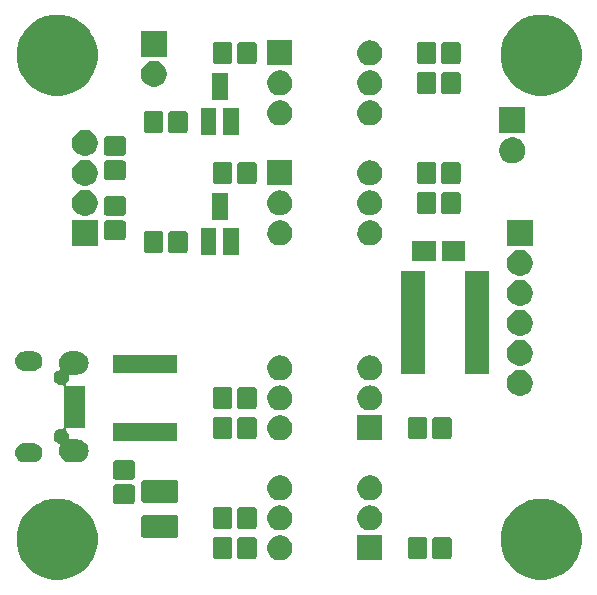
<source format=gbr>
G04 #@! TF.GenerationSoftware,KiCad,Pcbnew,(5.1.5)-3*
G04 #@! TF.CreationDate,2020-05-30T09:53:05-04:00*
G04 #@! TF.ProjectId,OptoUSB,4f70746f-5553-4422-9e6b-696361645f70,rev?*
G04 #@! TF.SameCoordinates,Original*
G04 #@! TF.FileFunction,Soldermask,Top*
G04 #@! TF.FilePolarity,Negative*
%FSLAX46Y46*%
G04 Gerber Fmt 4.6, Leading zero omitted, Abs format (unit mm)*
G04 Created by KiCad (PCBNEW (5.1.5)-3) date 2020-05-30 09:53:05*
%MOMM*%
%LPD*%
G04 APERTURE LIST*
%ADD10C,0.150000*%
G04 APERTURE END LIST*
D10*
G36*
X46000201Y-41702774D02*
G01*
X46624239Y-41961259D01*
X46661266Y-41986000D01*
X47185860Y-42336522D01*
X47663478Y-42814140D01*
X47764155Y-42964814D01*
X48038741Y-43375761D01*
X48297226Y-43999799D01*
X48429000Y-44662272D01*
X48429000Y-45337728D01*
X48297226Y-46000201D01*
X48038741Y-46624239D01*
X47965738Y-46733496D01*
X47663478Y-47185860D01*
X47185860Y-47663478D01*
X46810597Y-47914220D01*
X46624239Y-48038741D01*
X46000201Y-48297226D01*
X45337728Y-48429000D01*
X44662272Y-48429000D01*
X43999799Y-48297226D01*
X43375761Y-48038741D01*
X43189403Y-47914220D01*
X42814140Y-47663478D01*
X42336522Y-47185860D01*
X42034262Y-46733496D01*
X41961259Y-46624239D01*
X41702774Y-46000201D01*
X41571000Y-45337728D01*
X41571000Y-44662272D01*
X41702774Y-43999799D01*
X41961259Y-43375761D01*
X42235845Y-42964814D01*
X42336522Y-42814140D01*
X42814140Y-42336522D01*
X43338734Y-41986000D01*
X43375761Y-41961259D01*
X43999799Y-41702774D01*
X44662272Y-41571000D01*
X45337728Y-41571000D01*
X46000201Y-41702774D01*
G37*
G36*
X5000201Y-41702774D02*
G01*
X5624239Y-41961259D01*
X5661266Y-41986000D01*
X6185860Y-42336522D01*
X6663478Y-42814140D01*
X6764155Y-42964814D01*
X7038741Y-43375761D01*
X7297226Y-43999799D01*
X7429000Y-44662272D01*
X7429000Y-45337728D01*
X7297226Y-46000201D01*
X7038741Y-46624239D01*
X6965738Y-46733496D01*
X6663478Y-47185860D01*
X6185860Y-47663478D01*
X5810597Y-47914220D01*
X5624239Y-48038741D01*
X5000201Y-48297226D01*
X4337728Y-48429000D01*
X3662272Y-48429000D01*
X2999799Y-48297226D01*
X2375761Y-48038741D01*
X2189403Y-47914220D01*
X1814140Y-47663478D01*
X1336522Y-47185860D01*
X1034262Y-46733496D01*
X961259Y-46624239D01*
X702774Y-46000201D01*
X571000Y-45337728D01*
X571000Y-44662272D01*
X702774Y-43999799D01*
X961259Y-43375761D01*
X1235845Y-42964814D01*
X1336522Y-42814140D01*
X1814140Y-42336522D01*
X2338734Y-41986000D01*
X2375761Y-41961259D01*
X2999799Y-41702774D01*
X3662272Y-41571000D01*
X4337728Y-41571000D01*
X5000201Y-41702774D01*
G37*
G36*
X23167441Y-44706504D02*
G01*
X23246893Y-44739414D01*
X23359255Y-44785956D01*
X23531885Y-44901304D01*
X23678696Y-45048115D01*
X23794044Y-45220745D01*
X23873496Y-45412560D01*
X23914000Y-45616189D01*
X23914000Y-45823811D01*
X23873496Y-46027440D01*
X23794044Y-46219255D01*
X23678696Y-46391885D01*
X23531885Y-46538696D01*
X23359255Y-46654044D01*
X23246893Y-46700586D01*
X23167441Y-46733496D01*
X23065625Y-46753748D01*
X22963811Y-46774000D01*
X22756189Y-46774000D01*
X22654375Y-46753748D01*
X22552559Y-46733496D01*
X22473107Y-46700586D01*
X22360745Y-46654044D01*
X22188115Y-46538696D01*
X22041304Y-46391885D01*
X21925956Y-46219255D01*
X21846504Y-46027440D01*
X21806000Y-45823811D01*
X21806000Y-45616189D01*
X21846504Y-45412560D01*
X21925956Y-45220745D01*
X22041304Y-45048115D01*
X22188115Y-44901304D01*
X22360745Y-44785956D01*
X22473107Y-44739414D01*
X22552559Y-44706504D01*
X22756189Y-44666000D01*
X22963811Y-44666000D01*
X23167441Y-44706504D01*
G37*
G36*
X31534000Y-46774000D02*
G01*
X29426000Y-46774000D01*
X29426000Y-44666000D01*
X31534000Y-44666000D01*
X31534000Y-46774000D01*
G37*
G36*
X37180632Y-44772161D02*
G01*
X37234885Y-44788618D01*
X37284875Y-44815339D01*
X37328697Y-44851303D01*
X37364661Y-44895125D01*
X37391382Y-44945115D01*
X37407839Y-44999368D01*
X37414000Y-45061922D01*
X37414000Y-46378078D01*
X37407839Y-46440632D01*
X37391382Y-46494885D01*
X37364661Y-46544875D01*
X37328697Y-46588697D01*
X37284875Y-46624661D01*
X37234885Y-46651382D01*
X37180632Y-46667839D01*
X37118078Y-46674000D01*
X36051922Y-46674000D01*
X35989368Y-46667839D01*
X35935115Y-46651382D01*
X35885125Y-46624661D01*
X35841303Y-46588697D01*
X35805339Y-46544875D01*
X35778618Y-46494885D01*
X35762161Y-46440632D01*
X35756000Y-46378078D01*
X35756000Y-45061922D01*
X35762161Y-44999368D01*
X35778618Y-44945115D01*
X35805339Y-44895125D01*
X35841303Y-44851303D01*
X35885125Y-44815339D01*
X35935115Y-44788618D01*
X35989368Y-44772161D01*
X36051922Y-44766000D01*
X37118078Y-44766000D01*
X37180632Y-44772161D01*
G37*
G36*
X20670632Y-44772161D02*
G01*
X20724885Y-44788618D01*
X20774875Y-44815339D01*
X20818697Y-44851303D01*
X20854661Y-44895125D01*
X20881382Y-44945115D01*
X20897839Y-44999368D01*
X20904000Y-45061922D01*
X20904000Y-46378078D01*
X20897839Y-46440632D01*
X20881382Y-46494885D01*
X20854661Y-46544875D01*
X20818697Y-46588697D01*
X20774875Y-46624661D01*
X20724885Y-46651382D01*
X20670632Y-46667839D01*
X20608078Y-46674000D01*
X19541922Y-46674000D01*
X19479368Y-46667839D01*
X19425115Y-46651382D01*
X19375125Y-46624661D01*
X19331303Y-46588697D01*
X19295339Y-46544875D01*
X19268618Y-46494885D01*
X19252161Y-46440632D01*
X19246000Y-46378078D01*
X19246000Y-45061922D01*
X19252161Y-44999368D01*
X19268618Y-44945115D01*
X19295339Y-44895125D01*
X19331303Y-44851303D01*
X19375125Y-44815339D01*
X19425115Y-44788618D01*
X19479368Y-44772161D01*
X19541922Y-44766000D01*
X20608078Y-44766000D01*
X20670632Y-44772161D01*
G37*
G36*
X18620632Y-44772161D02*
G01*
X18674885Y-44788618D01*
X18724875Y-44815339D01*
X18768697Y-44851303D01*
X18804661Y-44895125D01*
X18831382Y-44945115D01*
X18847839Y-44999368D01*
X18854000Y-45061922D01*
X18854000Y-46378078D01*
X18847839Y-46440632D01*
X18831382Y-46494885D01*
X18804661Y-46544875D01*
X18768697Y-46588697D01*
X18724875Y-46624661D01*
X18674885Y-46651382D01*
X18620632Y-46667839D01*
X18558078Y-46674000D01*
X17491922Y-46674000D01*
X17429368Y-46667839D01*
X17375115Y-46651382D01*
X17325125Y-46624661D01*
X17281303Y-46588697D01*
X17245339Y-46544875D01*
X17218618Y-46494885D01*
X17202161Y-46440632D01*
X17196000Y-46378078D01*
X17196000Y-45061922D01*
X17202161Y-44999368D01*
X17218618Y-44945115D01*
X17245339Y-44895125D01*
X17281303Y-44851303D01*
X17325125Y-44815339D01*
X17375115Y-44788618D01*
X17429368Y-44772161D01*
X17491922Y-44766000D01*
X18558078Y-44766000D01*
X18620632Y-44772161D01*
G37*
G36*
X35130632Y-44772161D02*
G01*
X35184885Y-44788618D01*
X35234875Y-44815339D01*
X35278697Y-44851303D01*
X35314661Y-44895125D01*
X35341382Y-44945115D01*
X35357839Y-44999368D01*
X35364000Y-45061922D01*
X35364000Y-46378078D01*
X35357839Y-46440632D01*
X35341382Y-46494885D01*
X35314661Y-46544875D01*
X35278697Y-46588697D01*
X35234875Y-46624661D01*
X35184885Y-46651382D01*
X35130632Y-46667839D01*
X35068078Y-46674000D01*
X34001922Y-46674000D01*
X33939368Y-46667839D01*
X33885115Y-46651382D01*
X33835125Y-46624661D01*
X33791303Y-46588697D01*
X33755339Y-46544875D01*
X33728618Y-46494885D01*
X33712161Y-46440632D01*
X33706000Y-46378078D01*
X33706000Y-45061922D01*
X33712161Y-44999368D01*
X33728618Y-44945115D01*
X33755339Y-44895125D01*
X33791303Y-44851303D01*
X33835125Y-44815339D01*
X33885115Y-44788618D01*
X33939368Y-44772161D01*
X34001922Y-44766000D01*
X35068078Y-44766000D01*
X35130632Y-44772161D01*
G37*
G36*
X14071227Y-42944550D02*
G01*
X14119514Y-42959198D01*
X14164008Y-42982980D01*
X14203011Y-43014989D01*
X14235020Y-43053992D01*
X14258802Y-43098486D01*
X14273450Y-43146773D01*
X14279000Y-43203123D01*
X14279000Y-44607877D01*
X14273450Y-44664227D01*
X14258802Y-44712514D01*
X14235020Y-44757008D01*
X14203011Y-44796011D01*
X14164008Y-44828020D01*
X14119514Y-44851802D01*
X14071227Y-44866450D01*
X14014877Y-44872000D01*
X11385123Y-44872000D01*
X11328773Y-44866450D01*
X11280486Y-44851802D01*
X11235992Y-44828020D01*
X11196989Y-44796011D01*
X11164980Y-44757008D01*
X11141198Y-44712514D01*
X11126550Y-44664227D01*
X11121000Y-44607877D01*
X11121000Y-43203123D01*
X11126550Y-43146773D01*
X11141198Y-43098486D01*
X11164980Y-43053992D01*
X11196989Y-43014989D01*
X11235992Y-42982980D01*
X11280486Y-42959198D01*
X11328773Y-42944550D01*
X11385123Y-42939000D01*
X14014877Y-42939000D01*
X14071227Y-42944550D01*
G37*
G36*
X23065625Y-42146252D02*
G01*
X23167441Y-42166504D01*
X23246893Y-42199414D01*
X23359255Y-42245956D01*
X23531885Y-42361304D01*
X23678696Y-42508115D01*
X23794044Y-42680745D01*
X23873496Y-42872560D01*
X23914000Y-43076189D01*
X23914000Y-43283811D01*
X23873496Y-43487440D01*
X23794044Y-43679255D01*
X23678696Y-43851885D01*
X23531885Y-43998696D01*
X23359255Y-44114044D01*
X23246893Y-44160586D01*
X23167441Y-44193496D01*
X22963811Y-44234000D01*
X22756189Y-44234000D01*
X22552559Y-44193496D01*
X22473107Y-44160586D01*
X22360745Y-44114044D01*
X22188115Y-43998696D01*
X22041304Y-43851885D01*
X21925956Y-43679255D01*
X21846504Y-43487440D01*
X21806000Y-43283811D01*
X21806000Y-43076189D01*
X21846504Y-42872560D01*
X21925956Y-42680745D01*
X22041304Y-42508115D01*
X22188115Y-42361304D01*
X22360745Y-42245956D01*
X22473107Y-42199414D01*
X22552559Y-42166504D01*
X22654375Y-42146252D01*
X22756189Y-42126000D01*
X22963811Y-42126000D01*
X23065625Y-42146252D01*
G37*
G36*
X30685625Y-42146252D02*
G01*
X30787441Y-42166504D01*
X30866893Y-42199414D01*
X30979255Y-42245956D01*
X31151885Y-42361304D01*
X31298696Y-42508115D01*
X31414044Y-42680745D01*
X31493496Y-42872560D01*
X31534000Y-43076189D01*
X31534000Y-43283811D01*
X31493496Y-43487440D01*
X31414044Y-43679255D01*
X31298696Y-43851885D01*
X31151885Y-43998696D01*
X30979255Y-44114044D01*
X30866893Y-44160586D01*
X30787441Y-44193496D01*
X30583811Y-44234000D01*
X30376189Y-44234000D01*
X30172559Y-44193496D01*
X30093107Y-44160586D01*
X29980745Y-44114044D01*
X29808115Y-43998696D01*
X29661304Y-43851885D01*
X29545956Y-43679255D01*
X29466504Y-43487440D01*
X29426000Y-43283811D01*
X29426000Y-43076189D01*
X29466504Y-42872560D01*
X29545956Y-42680745D01*
X29661304Y-42508115D01*
X29808115Y-42361304D01*
X29980745Y-42245956D01*
X30093107Y-42199414D01*
X30172559Y-42166504D01*
X30274375Y-42146252D01*
X30376189Y-42126000D01*
X30583811Y-42126000D01*
X30685625Y-42146252D01*
G37*
G36*
X18620632Y-42232161D02*
G01*
X18674885Y-42248618D01*
X18724875Y-42275339D01*
X18768697Y-42311303D01*
X18804661Y-42355125D01*
X18831382Y-42405115D01*
X18847839Y-42459368D01*
X18854000Y-42521922D01*
X18854000Y-43838078D01*
X18847839Y-43900632D01*
X18831382Y-43954885D01*
X18804661Y-44004875D01*
X18768697Y-44048697D01*
X18724875Y-44084661D01*
X18674885Y-44111382D01*
X18620632Y-44127839D01*
X18558078Y-44134000D01*
X17491922Y-44134000D01*
X17429368Y-44127839D01*
X17375115Y-44111382D01*
X17325125Y-44084661D01*
X17281303Y-44048697D01*
X17245339Y-44004875D01*
X17218618Y-43954885D01*
X17202161Y-43900632D01*
X17196000Y-43838078D01*
X17196000Y-42521922D01*
X17202161Y-42459368D01*
X17218618Y-42405115D01*
X17245339Y-42355125D01*
X17281303Y-42311303D01*
X17325125Y-42275339D01*
X17375115Y-42248618D01*
X17429368Y-42232161D01*
X17491922Y-42226000D01*
X18558078Y-42226000D01*
X18620632Y-42232161D01*
G37*
G36*
X20670632Y-42232161D02*
G01*
X20724885Y-42248618D01*
X20774875Y-42275339D01*
X20818697Y-42311303D01*
X20854661Y-42355125D01*
X20881382Y-42405115D01*
X20897839Y-42459368D01*
X20904000Y-42521922D01*
X20904000Y-43838078D01*
X20897839Y-43900632D01*
X20881382Y-43954885D01*
X20854661Y-44004875D01*
X20818697Y-44048697D01*
X20774875Y-44084661D01*
X20724885Y-44111382D01*
X20670632Y-44127839D01*
X20608078Y-44134000D01*
X19541922Y-44134000D01*
X19479368Y-44127839D01*
X19425115Y-44111382D01*
X19375125Y-44084661D01*
X19331303Y-44048697D01*
X19295339Y-44004875D01*
X19268618Y-43954885D01*
X19252161Y-43900632D01*
X19246000Y-43838078D01*
X19246000Y-42521922D01*
X19252161Y-42459368D01*
X19268618Y-42405115D01*
X19295339Y-42355125D01*
X19331303Y-42311303D01*
X19375125Y-42275339D01*
X19425115Y-42248618D01*
X19479368Y-42232161D01*
X19541922Y-42226000D01*
X20608078Y-42226000D01*
X20670632Y-42232161D01*
G37*
G36*
X10372632Y-40334161D02*
G01*
X10426885Y-40350618D01*
X10476875Y-40377339D01*
X10520697Y-40413303D01*
X10556661Y-40457125D01*
X10583382Y-40507115D01*
X10599839Y-40561368D01*
X10606000Y-40623922D01*
X10606000Y-41690078D01*
X10599839Y-41752632D01*
X10583382Y-41806885D01*
X10556661Y-41856875D01*
X10520697Y-41900697D01*
X10476875Y-41936661D01*
X10426885Y-41963382D01*
X10372632Y-41979839D01*
X10310078Y-41986000D01*
X8993922Y-41986000D01*
X8931368Y-41979839D01*
X8877115Y-41963382D01*
X8827125Y-41936661D01*
X8783303Y-41900697D01*
X8747339Y-41856875D01*
X8720618Y-41806885D01*
X8704161Y-41752632D01*
X8698000Y-41690078D01*
X8698000Y-40623922D01*
X8704161Y-40561368D01*
X8720618Y-40507115D01*
X8747339Y-40457125D01*
X8783303Y-40413303D01*
X8827125Y-40377339D01*
X8877115Y-40350618D01*
X8931368Y-40334161D01*
X8993922Y-40328000D01*
X10310078Y-40328000D01*
X10372632Y-40334161D01*
G37*
G36*
X14071227Y-39969550D02*
G01*
X14119514Y-39984198D01*
X14164008Y-40007980D01*
X14203011Y-40039989D01*
X14235020Y-40078992D01*
X14258802Y-40123486D01*
X14273450Y-40171773D01*
X14279000Y-40228123D01*
X14279000Y-41632877D01*
X14273450Y-41689227D01*
X14258802Y-41737514D01*
X14235020Y-41782008D01*
X14203011Y-41821011D01*
X14164008Y-41853020D01*
X14119514Y-41876802D01*
X14071227Y-41891450D01*
X14014877Y-41897000D01*
X11385123Y-41897000D01*
X11328773Y-41891450D01*
X11280486Y-41876802D01*
X11235992Y-41853020D01*
X11196989Y-41821011D01*
X11164980Y-41782008D01*
X11141198Y-41737514D01*
X11126550Y-41689227D01*
X11121000Y-41632877D01*
X11121000Y-40228123D01*
X11126550Y-40171773D01*
X11141198Y-40123486D01*
X11164980Y-40078992D01*
X11196989Y-40039989D01*
X11235992Y-40007980D01*
X11280486Y-39984198D01*
X11328773Y-39969550D01*
X11385123Y-39964000D01*
X14014877Y-39964000D01*
X14071227Y-39969550D01*
G37*
G36*
X30787441Y-39626504D02*
G01*
X30866893Y-39659414D01*
X30979255Y-39705956D01*
X31151885Y-39821304D01*
X31298696Y-39968115D01*
X31414044Y-40140745D01*
X31450237Y-40228123D01*
X31493496Y-40332559D01*
X31493967Y-40334926D01*
X31534000Y-40536189D01*
X31534000Y-40743811D01*
X31493496Y-40947440D01*
X31414044Y-41139255D01*
X31298696Y-41311885D01*
X31151885Y-41458696D01*
X30979255Y-41574044D01*
X30866893Y-41620586D01*
X30787441Y-41653496D01*
X30685625Y-41673748D01*
X30583811Y-41694000D01*
X30376189Y-41694000D01*
X30274375Y-41673748D01*
X30172559Y-41653496D01*
X30093107Y-41620586D01*
X29980745Y-41574044D01*
X29808115Y-41458696D01*
X29661304Y-41311885D01*
X29545956Y-41139255D01*
X29466504Y-40947440D01*
X29426000Y-40743811D01*
X29426000Y-40536189D01*
X29466033Y-40334926D01*
X29466504Y-40332559D01*
X29509763Y-40228123D01*
X29545956Y-40140745D01*
X29661304Y-39968115D01*
X29808115Y-39821304D01*
X29980745Y-39705956D01*
X30093107Y-39659414D01*
X30172559Y-39626504D01*
X30376189Y-39586000D01*
X30583811Y-39586000D01*
X30787441Y-39626504D01*
G37*
G36*
X23167441Y-39626504D02*
G01*
X23246893Y-39659414D01*
X23359255Y-39705956D01*
X23531885Y-39821304D01*
X23678696Y-39968115D01*
X23794044Y-40140745D01*
X23830237Y-40228123D01*
X23873496Y-40332559D01*
X23873967Y-40334926D01*
X23914000Y-40536189D01*
X23914000Y-40743811D01*
X23873496Y-40947440D01*
X23794044Y-41139255D01*
X23678696Y-41311885D01*
X23531885Y-41458696D01*
X23359255Y-41574044D01*
X23246893Y-41620586D01*
X23167441Y-41653496D01*
X23065625Y-41673748D01*
X22963811Y-41694000D01*
X22756189Y-41694000D01*
X22654375Y-41673748D01*
X22552559Y-41653496D01*
X22473107Y-41620586D01*
X22360745Y-41574044D01*
X22188115Y-41458696D01*
X22041304Y-41311885D01*
X21925956Y-41139255D01*
X21846504Y-40947440D01*
X21806000Y-40743811D01*
X21806000Y-40536189D01*
X21846033Y-40334926D01*
X21846504Y-40332559D01*
X21889763Y-40228123D01*
X21925956Y-40140745D01*
X22041304Y-39968115D01*
X22188115Y-39821304D01*
X22360745Y-39705956D01*
X22473107Y-39659414D01*
X22552559Y-39626504D01*
X22756189Y-39586000D01*
X22963811Y-39586000D01*
X23167441Y-39626504D01*
G37*
G36*
X10372632Y-38284161D02*
G01*
X10426885Y-38300618D01*
X10476875Y-38327339D01*
X10520697Y-38363303D01*
X10556661Y-38407125D01*
X10583382Y-38457115D01*
X10599839Y-38511368D01*
X10606000Y-38573922D01*
X10606000Y-39640078D01*
X10599839Y-39702632D01*
X10583382Y-39756885D01*
X10556661Y-39806875D01*
X10520697Y-39850697D01*
X10476875Y-39886661D01*
X10426885Y-39913382D01*
X10372632Y-39929839D01*
X10310078Y-39936000D01*
X8993922Y-39936000D01*
X8931368Y-39929839D01*
X8877115Y-39913382D01*
X8827125Y-39886661D01*
X8783303Y-39850697D01*
X8747339Y-39806875D01*
X8720618Y-39756885D01*
X8704161Y-39702632D01*
X8698000Y-39640078D01*
X8698000Y-38573922D01*
X8704161Y-38511368D01*
X8720618Y-38457115D01*
X8747339Y-38407125D01*
X8783303Y-38363303D01*
X8827125Y-38327339D01*
X8877115Y-38300618D01*
X8931368Y-38284161D01*
X8993922Y-38278000D01*
X10310078Y-38278000D01*
X10372632Y-38284161D01*
G37*
G36*
X5777030Y-29082722D02*
G01*
X5872917Y-29092166D01*
X5995945Y-29129486D01*
X6057460Y-29148146D01*
X6148367Y-29196737D01*
X6227534Y-29239053D01*
X6227536Y-29239054D01*
X6227535Y-29239054D01*
X6376607Y-29361393D01*
X6487977Y-29497100D01*
X6498947Y-29510466D01*
X6517917Y-29545956D01*
X6589854Y-29680540D01*
X6589854Y-29680541D01*
X6645834Y-29865083D01*
X6664736Y-30057000D01*
X6645834Y-30248917D01*
X6626091Y-30314000D01*
X6589854Y-30433460D01*
X6556411Y-30496026D01*
X6509490Y-30583810D01*
X6498946Y-30603535D01*
X6376607Y-30752607D01*
X6240901Y-30863977D01*
X6227534Y-30874947D01*
X6194758Y-30892466D01*
X6057460Y-30965854D01*
X5995945Y-30984514D01*
X5872917Y-31021834D01*
X5777030Y-31031278D01*
X5729087Y-31036000D01*
X5126192Y-31036000D01*
X5101806Y-31038402D01*
X5078357Y-31045515D01*
X5056746Y-31057066D01*
X5037804Y-31072611D01*
X5022259Y-31091553D01*
X5010708Y-31113164D01*
X5003595Y-31136613D01*
X5001193Y-31160999D01*
X5003595Y-31185385D01*
X5010000Y-31217585D01*
X5010000Y-31346414D01*
X4984867Y-31472764D01*
X4935568Y-31591784D01*
X4863995Y-31698900D01*
X4773282Y-31789613D01*
X4757737Y-31808555D01*
X4746186Y-31830166D01*
X4739073Y-31853615D01*
X4736671Y-31878001D01*
X4739073Y-31902387D01*
X4746186Y-31925836D01*
X4757737Y-31947447D01*
X4773282Y-31966389D01*
X4792224Y-31981934D01*
X4813835Y-31993485D01*
X4837284Y-32000598D01*
X4861670Y-32003000D01*
X6360000Y-32003000D01*
X6360000Y-35561000D01*
X4861670Y-35561000D01*
X4837284Y-35563402D01*
X4813835Y-35570515D01*
X4792224Y-35582066D01*
X4773282Y-35597611D01*
X4757737Y-35616553D01*
X4746186Y-35638164D01*
X4739073Y-35661613D01*
X4736671Y-35685999D01*
X4739073Y-35710385D01*
X4746186Y-35733834D01*
X4757737Y-35755445D01*
X4773282Y-35774387D01*
X4863995Y-35865100D01*
X4935568Y-35972216D01*
X4984867Y-36091236D01*
X5010000Y-36217586D01*
X5010000Y-36346415D01*
X5003595Y-36378615D01*
X5001193Y-36403001D01*
X5003595Y-36427387D01*
X5010708Y-36450836D01*
X5022259Y-36472447D01*
X5037804Y-36491389D01*
X5056746Y-36506934D01*
X5078357Y-36518485D01*
X5101806Y-36525598D01*
X5126192Y-36528000D01*
X5729087Y-36528000D01*
X5777030Y-36532722D01*
X5872917Y-36542166D01*
X5995945Y-36579486D01*
X6057460Y-36598146D01*
X6087120Y-36614000D01*
X6227534Y-36689053D01*
X6227536Y-36689054D01*
X6227535Y-36689054D01*
X6376607Y-36811393D01*
X6498946Y-36960465D01*
X6589854Y-37130540D01*
X6589854Y-37130541D01*
X6645834Y-37315083D01*
X6664736Y-37507000D01*
X6645834Y-37698917D01*
X6609253Y-37819510D01*
X6589854Y-37883460D01*
X6498946Y-38053535D01*
X6376607Y-38202607D01*
X6257179Y-38300618D01*
X6227534Y-38324947D01*
X6181368Y-38349623D01*
X6057460Y-38415854D01*
X5995945Y-38434514D01*
X5872917Y-38471834D01*
X5777030Y-38481278D01*
X5729087Y-38486000D01*
X5082913Y-38486000D01*
X5034970Y-38481278D01*
X4939083Y-38471834D01*
X4816055Y-38434514D01*
X4754540Y-38415854D01*
X4630632Y-38349623D01*
X4584466Y-38324947D01*
X4554821Y-38300618D01*
X4435393Y-38202607D01*
X4313054Y-38053535D01*
X4222146Y-37883460D01*
X4202747Y-37819510D01*
X4166166Y-37698917D01*
X4147264Y-37507000D01*
X4166166Y-37315083D01*
X4222146Y-37130541D01*
X4222147Y-37130537D01*
X4243360Y-37090851D01*
X4252738Y-37068212D01*
X4257518Y-37044179D01*
X4257518Y-37019675D01*
X4252738Y-36995642D01*
X4243360Y-36973003D01*
X4229747Y-36952629D01*
X4212420Y-36935302D01*
X4192045Y-36921688D01*
X4176397Y-36916089D01*
X4176609Y-36915578D01*
X4165236Y-36910867D01*
X4165235Y-36910867D01*
X4133045Y-36897533D01*
X4046216Y-36861568D01*
X3939100Y-36789995D01*
X3848005Y-36698900D01*
X3776432Y-36591784D01*
X3735947Y-36494043D01*
X3727133Y-36472765D01*
X3713256Y-36403001D01*
X3702000Y-36346414D01*
X3702000Y-36217586D01*
X3727133Y-36091236D01*
X3776432Y-35972216D01*
X3848005Y-35865100D01*
X3939100Y-35774005D01*
X4046216Y-35702432D01*
X4115936Y-35673553D01*
X4165235Y-35653133D01*
X4240489Y-35638164D01*
X4291586Y-35628000D01*
X4427001Y-35628000D01*
X4451387Y-35625598D01*
X4474836Y-35618485D01*
X4496447Y-35606934D01*
X4515389Y-35591389D01*
X4530934Y-35572447D01*
X4542485Y-35550836D01*
X4549598Y-35527387D01*
X4552000Y-35503001D01*
X4552000Y-32060999D01*
X4549598Y-32036613D01*
X4542485Y-32013164D01*
X4530934Y-31991553D01*
X4515389Y-31972611D01*
X4496447Y-31957066D01*
X4474836Y-31945515D01*
X4451387Y-31938402D01*
X4427001Y-31936000D01*
X4291586Y-31936000D01*
X4228411Y-31923434D01*
X4165235Y-31910867D01*
X4115936Y-31890447D01*
X4046216Y-31861568D01*
X3939100Y-31789995D01*
X3848005Y-31698900D01*
X3776432Y-31591784D01*
X3727133Y-31472764D01*
X3702000Y-31346414D01*
X3702000Y-31217586D01*
X3727133Y-31091236D01*
X3734848Y-31072611D01*
X3755880Y-31021834D01*
X3776432Y-30972216D01*
X3848005Y-30865100D01*
X3939100Y-30774005D01*
X4046216Y-30702432D01*
X4172519Y-30650116D01*
X4180964Y-30647554D01*
X4202574Y-30636001D01*
X4221515Y-30620454D01*
X4237059Y-30601511D01*
X4248608Y-30579900D01*
X4255720Y-30556450D01*
X4258120Y-30532064D01*
X4255716Y-30507678D01*
X4243360Y-30473149D01*
X4222147Y-30433463D01*
X4185909Y-30314000D01*
X4166166Y-30248917D01*
X4147264Y-30057000D01*
X4166166Y-29865083D01*
X4222146Y-29680541D01*
X4222146Y-29680540D01*
X4294083Y-29545956D01*
X4313053Y-29510466D01*
X4324023Y-29497100D01*
X4435393Y-29361393D01*
X4584465Y-29239054D01*
X4584464Y-29239054D01*
X4584466Y-29239053D01*
X4663633Y-29196737D01*
X4754540Y-29148146D01*
X4816055Y-29129486D01*
X4939083Y-29092166D01*
X5034970Y-29082722D01*
X5082913Y-29078000D01*
X5729087Y-29078000D01*
X5777030Y-29082722D01*
G37*
G36*
X2093512Y-36839995D02*
G01*
X2249780Y-36887398D01*
X2393796Y-36964377D01*
X2520028Y-37067972D01*
X2623623Y-37194204D01*
X2700602Y-37338220D01*
X2748005Y-37494488D01*
X2764011Y-37657000D01*
X2748005Y-37819512D01*
X2700602Y-37975780D01*
X2623623Y-38119796D01*
X2520028Y-38246028D01*
X2393796Y-38349623D01*
X2249780Y-38426602D01*
X2093512Y-38474005D01*
X1971724Y-38486000D01*
X1240276Y-38486000D01*
X1118488Y-38474005D01*
X962220Y-38426602D01*
X818204Y-38349623D01*
X691972Y-38246028D01*
X588377Y-38119796D01*
X511398Y-37975780D01*
X463995Y-37819512D01*
X447989Y-37657000D01*
X463995Y-37494488D01*
X511398Y-37338220D01*
X588377Y-37194204D01*
X691972Y-37067972D01*
X818204Y-36964377D01*
X962220Y-36887398D01*
X1118488Y-36839995D01*
X1240276Y-36828000D01*
X1971724Y-36828000D01*
X2093512Y-36839995D01*
G37*
G36*
X14159000Y-36674000D02*
G01*
X8701000Y-36674000D01*
X8701000Y-35166000D01*
X14159000Y-35166000D01*
X14159000Y-36674000D01*
G37*
G36*
X31534000Y-36614000D02*
G01*
X29426000Y-36614000D01*
X29426000Y-34506000D01*
X31534000Y-34506000D01*
X31534000Y-36614000D01*
G37*
G36*
X23167441Y-34546504D02*
G01*
X23246893Y-34579414D01*
X23359255Y-34625956D01*
X23531885Y-34741304D01*
X23678696Y-34888115D01*
X23794044Y-35060745D01*
X23873496Y-35252560D01*
X23914000Y-35456189D01*
X23914000Y-35663811D01*
X23906318Y-35702432D01*
X23873962Y-35865100D01*
X23873496Y-35867440D01*
X23794044Y-36059255D01*
X23678696Y-36231885D01*
X23531885Y-36378696D01*
X23359255Y-36494044D01*
X23246893Y-36540586D01*
X23167441Y-36573496D01*
X23075499Y-36591784D01*
X22963811Y-36614000D01*
X22756189Y-36614000D01*
X22644501Y-36591784D01*
X22552559Y-36573496D01*
X22473107Y-36540586D01*
X22360745Y-36494044D01*
X22188115Y-36378696D01*
X22041304Y-36231885D01*
X21925956Y-36059255D01*
X21846504Y-35867440D01*
X21846039Y-35865100D01*
X21813682Y-35702432D01*
X21806000Y-35663811D01*
X21806000Y-35456189D01*
X21846504Y-35252560D01*
X21925956Y-35060745D01*
X22041304Y-34888115D01*
X22188115Y-34741304D01*
X22360745Y-34625956D01*
X22473107Y-34579414D01*
X22552559Y-34546504D01*
X22756189Y-34506000D01*
X22963811Y-34506000D01*
X23167441Y-34546504D01*
G37*
G36*
X20670632Y-34612161D02*
G01*
X20724885Y-34628618D01*
X20774875Y-34655339D01*
X20818697Y-34691303D01*
X20854661Y-34735125D01*
X20881382Y-34785115D01*
X20897839Y-34839368D01*
X20904000Y-34901922D01*
X20904000Y-36218078D01*
X20897839Y-36280632D01*
X20881382Y-36334885D01*
X20854661Y-36384875D01*
X20818697Y-36428697D01*
X20774875Y-36464661D01*
X20724885Y-36491382D01*
X20670632Y-36507839D01*
X20608078Y-36514000D01*
X19541922Y-36514000D01*
X19479368Y-36507839D01*
X19425115Y-36491382D01*
X19375125Y-36464661D01*
X19331303Y-36428697D01*
X19295339Y-36384875D01*
X19268618Y-36334885D01*
X19252161Y-36280632D01*
X19246000Y-36218078D01*
X19246000Y-34901922D01*
X19252161Y-34839368D01*
X19268618Y-34785115D01*
X19295339Y-34735125D01*
X19331303Y-34691303D01*
X19375125Y-34655339D01*
X19425115Y-34628618D01*
X19479368Y-34612161D01*
X19541922Y-34606000D01*
X20608078Y-34606000D01*
X20670632Y-34612161D01*
G37*
G36*
X35130632Y-34612161D02*
G01*
X35184885Y-34628618D01*
X35234875Y-34655339D01*
X35278697Y-34691303D01*
X35314661Y-34735125D01*
X35341382Y-34785115D01*
X35357839Y-34839368D01*
X35364000Y-34901922D01*
X35364000Y-36218078D01*
X35357839Y-36280632D01*
X35341382Y-36334885D01*
X35314661Y-36384875D01*
X35278697Y-36428697D01*
X35234875Y-36464661D01*
X35184885Y-36491382D01*
X35130632Y-36507839D01*
X35068078Y-36514000D01*
X34001922Y-36514000D01*
X33939368Y-36507839D01*
X33885115Y-36491382D01*
X33835125Y-36464661D01*
X33791303Y-36428697D01*
X33755339Y-36384875D01*
X33728618Y-36334885D01*
X33712161Y-36280632D01*
X33706000Y-36218078D01*
X33706000Y-34901922D01*
X33712161Y-34839368D01*
X33728618Y-34785115D01*
X33755339Y-34735125D01*
X33791303Y-34691303D01*
X33835125Y-34655339D01*
X33885115Y-34628618D01*
X33939368Y-34612161D01*
X34001922Y-34606000D01*
X35068078Y-34606000D01*
X35130632Y-34612161D01*
G37*
G36*
X18620632Y-34612161D02*
G01*
X18674885Y-34628618D01*
X18724875Y-34655339D01*
X18768697Y-34691303D01*
X18804661Y-34735125D01*
X18831382Y-34785115D01*
X18847839Y-34839368D01*
X18854000Y-34901922D01*
X18854000Y-36218078D01*
X18847839Y-36280632D01*
X18831382Y-36334885D01*
X18804661Y-36384875D01*
X18768697Y-36428697D01*
X18724875Y-36464661D01*
X18674885Y-36491382D01*
X18620632Y-36507839D01*
X18558078Y-36514000D01*
X17491922Y-36514000D01*
X17429368Y-36507839D01*
X17375115Y-36491382D01*
X17325125Y-36464661D01*
X17281303Y-36428697D01*
X17245339Y-36384875D01*
X17218618Y-36334885D01*
X17202161Y-36280632D01*
X17196000Y-36218078D01*
X17196000Y-34901922D01*
X17202161Y-34839368D01*
X17218618Y-34785115D01*
X17245339Y-34735125D01*
X17281303Y-34691303D01*
X17325125Y-34655339D01*
X17375115Y-34628618D01*
X17429368Y-34612161D01*
X17491922Y-34606000D01*
X18558078Y-34606000D01*
X18620632Y-34612161D01*
G37*
G36*
X37180632Y-34612161D02*
G01*
X37234885Y-34628618D01*
X37284875Y-34655339D01*
X37328697Y-34691303D01*
X37364661Y-34735125D01*
X37391382Y-34785115D01*
X37407839Y-34839368D01*
X37414000Y-34901922D01*
X37414000Y-36218078D01*
X37407839Y-36280632D01*
X37391382Y-36334885D01*
X37364661Y-36384875D01*
X37328697Y-36428697D01*
X37284875Y-36464661D01*
X37234885Y-36491382D01*
X37180632Y-36507839D01*
X37118078Y-36514000D01*
X36051922Y-36514000D01*
X35989368Y-36507839D01*
X35935115Y-36491382D01*
X35885125Y-36464661D01*
X35841303Y-36428697D01*
X35805339Y-36384875D01*
X35778618Y-36334885D01*
X35762161Y-36280632D01*
X35756000Y-36218078D01*
X35756000Y-34901922D01*
X35762161Y-34839368D01*
X35778618Y-34785115D01*
X35805339Y-34735125D01*
X35841303Y-34691303D01*
X35885125Y-34655339D01*
X35935115Y-34628618D01*
X35989368Y-34612161D01*
X36051922Y-34606000D01*
X37118078Y-34606000D01*
X37180632Y-34612161D01*
G37*
G36*
X30663917Y-31981934D02*
G01*
X30787441Y-32006504D01*
X30860130Y-32036613D01*
X30979255Y-32085956D01*
X31151885Y-32201304D01*
X31298696Y-32348115D01*
X31414044Y-32520745D01*
X31449993Y-32607534D01*
X31493496Y-32712559D01*
X31534000Y-32916190D01*
X31534000Y-33123810D01*
X31498358Y-33303000D01*
X31493496Y-33327440D01*
X31414044Y-33519255D01*
X31298696Y-33691885D01*
X31151885Y-33838696D01*
X30979255Y-33954044D01*
X30866893Y-34000586D01*
X30787441Y-34033496D01*
X30583811Y-34074000D01*
X30376189Y-34074000D01*
X30172559Y-34033496D01*
X30093107Y-34000586D01*
X29980745Y-33954044D01*
X29808115Y-33838696D01*
X29661304Y-33691885D01*
X29545956Y-33519255D01*
X29466504Y-33327440D01*
X29461643Y-33303000D01*
X29426000Y-33123810D01*
X29426000Y-32916190D01*
X29466504Y-32712559D01*
X29510007Y-32607534D01*
X29545956Y-32520745D01*
X29661304Y-32348115D01*
X29808115Y-32201304D01*
X29980745Y-32085956D01*
X30099870Y-32036613D01*
X30172559Y-32006504D01*
X30296083Y-31981934D01*
X30376189Y-31966000D01*
X30583811Y-31966000D01*
X30663917Y-31981934D01*
G37*
G36*
X23043917Y-31981934D02*
G01*
X23167441Y-32006504D01*
X23240130Y-32036613D01*
X23359255Y-32085956D01*
X23531885Y-32201304D01*
X23678696Y-32348115D01*
X23794044Y-32520745D01*
X23829993Y-32607534D01*
X23873496Y-32712559D01*
X23914000Y-32916190D01*
X23914000Y-33123810D01*
X23878358Y-33303000D01*
X23873496Y-33327440D01*
X23794044Y-33519255D01*
X23678696Y-33691885D01*
X23531885Y-33838696D01*
X23359255Y-33954044D01*
X23246893Y-34000586D01*
X23167441Y-34033496D01*
X22963811Y-34074000D01*
X22756189Y-34074000D01*
X22552559Y-34033496D01*
X22473107Y-34000586D01*
X22360745Y-33954044D01*
X22188115Y-33838696D01*
X22041304Y-33691885D01*
X21925956Y-33519255D01*
X21846504Y-33327440D01*
X21841643Y-33303000D01*
X21806000Y-33123810D01*
X21806000Y-32916190D01*
X21846504Y-32712559D01*
X21890007Y-32607534D01*
X21925956Y-32520745D01*
X22041304Y-32348115D01*
X22188115Y-32201304D01*
X22360745Y-32085956D01*
X22479870Y-32036613D01*
X22552559Y-32006504D01*
X22676083Y-31981934D01*
X22756189Y-31966000D01*
X22963811Y-31966000D01*
X23043917Y-31981934D01*
G37*
G36*
X18620632Y-32072161D02*
G01*
X18674885Y-32088618D01*
X18724875Y-32115339D01*
X18768697Y-32151303D01*
X18804661Y-32195125D01*
X18831382Y-32245115D01*
X18847839Y-32299368D01*
X18854000Y-32361922D01*
X18854000Y-33678078D01*
X18847839Y-33740632D01*
X18831382Y-33794885D01*
X18804661Y-33844875D01*
X18768697Y-33888697D01*
X18724875Y-33924661D01*
X18674885Y-33951382D01*
X18620632Y-33967839D01*
X18558078Y-33974000D01*
X17491922Y-33974000D01*
X17429368Y-33967839D01*
X17375115Y-33951382D01*
X17325125Y-33924661D01*
X17281303Y-33888697D01*
X17245339Y-33844875D01*
X17218618Y-33794885D01*
X17202161Y-33740632D01*
X17196000Y-33678078D01*
X17196000Y-32361922D01*
X17202161Y-32299368D01*
X17218618Y-32245115D01*
X17245339Y-32195125D01*
X17281303Y-32151303D01*
X17325125Y-32115339D01*
X17375115Y-32088618D01*
X17429368Y-32072161D01*
X17491922Y-32066000D01*
X18558078Y-32066000D01*
X18620632Y-32072161D01*
G37*
G36*
X20670632Y-32072161D02*
G01*
X20724885Y-32088618D01*
X20774875Y-32115339D01*
X20818697Y-32151303D01*
X20854661Y-32195125D01*
X20881382Y-32245115D01*
X20897839Y-32299368D01*
X20904000Y-32361922D01*
X20904000Y-33678078D01*
X20897839Y-33740632D01*
X20881382Y-33794885D01*
X20854661Y-33844875D01*
X20818697Y-33888697D01*
X20774875Y-33924661D01*
X20724885Y-33951382D01*
X20670632Y-33967839D01*
X20608078Y-33974000D01*
X19541922Y-33974000D01*
X19479368Y-33967839D01*
X19425115Y-33951382D01*
X19375125Y-33924661D01*
X19331303Y-33888697D01*
X19295339Y-33844875D01*
X19268618Y-33794885D01*
X19252161Y-33740632D01*
X19246000Y-33678078D01*
X19246000Y-32361922D01*
X19252161Y-32299368D01*
X19268618Y-32245115D01*
X19295339Y-32195125D01*
X19331303Y-32151303D01*
X19375125Y-32115339D01*
X19425115Y-32088618D01*
X19479368Y-32072161D01*
X19541922Y-32066000D01*
X20608078Y-32066000D01*
X20670632Y-32072161D01*
G37*
G36*
X43502024Y-30688425D02*
G01*
X43702939Y-30771647D01*
X43726576Y-30787441D01*
X43883759Y-30892467D01*
X44037533Y-31046241D01*
X44067809Y-31091553D01*
X44158353Y-31227061D01*
X44241575Y-31427976D01*
X44284000Y-31641264D01*
X44284000Y-31858736D01*
X44241575Y-32072024D01*
X44158353Y-32272939D01*
X44108123Y-32348114D01*
X44037533Y-32453759D01*
X43883759Y-32607533D01*
X43792735Y-32668353D01*
X43702939Y-32728353D01*
X43502024Y-32811575D01*
X43288736Y-32854000D01*
X43071264Y-32854000D01*
X42857976Y-32811575D01*
X42657061Y-32728353D01*
X42567265Y-32668353D01*
X42476241Y-32607533D01*
X42322467Y-32453759D01*
X42251877Y-32348114D01*
X42201647Y-32272939D01*
X42118425Y-32072024D01*
X42076000Y-31858736D01*
X42076000Y-31641264D01*
X42118425Y-31427976D01*
X42201647Y-31227061D01*
X42292191Y-31091553D01*
X42322467Y-31046241D01*
X42476241Y-30892467D01*
X42633424Y-30787441D01*
X42657061Y-30771647D01*
X42857976Y-30688425D01*
X43071264Y-30646000D01*
X43288736Y-30646000D01*
X43502024Y-30688425D01*
G37*
G36*
X23065625Y-29446252D02*
G01*
X23167441Y-29466504D01*
X23246893Y-29499414D01*
X23359255Y-29545956D01*
X23531885Y-29661304D01*
X23678696Y-29808115D01*
X23794044Y-29980745D01*
X23829993Y-30067534D01*
X23873496Y-30172559D01*
X23914000Y-30376190D01*
X23914000Y-30583810D01*
X23876169Y-30774005D01*
X23873496Y-30787440D01*
X23794044Y-30979255D01*
X23678696Y-31151885D01*
X23531885Y-31298696D01*
X23359255Y-31414044D01*
X23246893Y-31460586D01*
X23167441Y-31493496D01*
X23065625Y-31513748D01*
X22963811Y-31534000D01*
X22756189Y-31534000D01*
X22654375Y-31513748D01*
X22552559Y-31493496D01*
X22473107Y-31460586D01*
X22360745Y-31414044D01*
X22188115Y-31298696D01*
X22041304Y-31151885D01*
X21925956Y-30979255D01*
X21846504Y-30787440D01*
X21843832Y-30774005D01*
X21806000Y-30583810D01*
X21806000Y-30376190D01*
X21846504Y-30172559D01*
X21890007Y-30067534D01*
X21925956Y-29980745D01*
X22041304Y-29808115D01*
X22188115Y-29661304D01*
X22360745Y-29545956D01*
X22473107Y-29499414D01*
X22552559Y-29466504D01*
X22654375Y-29446252D01*
X22756189Y-29426000D01*
X22963811Y-29426000D01*
X23065625Y-29446252D01*
G37*
G36*
X30685625Y-29446252D02*
G01*
X30787441Y-29466504D01*
X30866893Y-29499414D01*
X30979255Y-29545956D01*
X31151885Y-29661304D01*
X31298696Y-29808115D01*
X31414044Y-29980745D01*
X31449993Y-30067534D01*
X31493496Y-30172559D01*
X31534000Y-30376190D01*
X31534000Y-30583810D01*
X31496169Y-30774005D01*
X31493496Y-30787440D01*
X31414044Y-30979255D01*
X31298696Y-31151885D01*
X31151885Y-31298696D01*
X30979255Y-31414044D01*
X30866893Y-31460586D01*
X30787441Y-31493496D01*
X30685625Y-31513748D01*
X30583811Y-31534000D01*
X30376189Y-31534000D01*
X30274375Y-31513748D01*
X30172559Y-31493496D01*
X30093107Y-31460586D01*
X29980745Y-31414044D01*
X29808115Y-31298696D01*
X29661304Y-31151885D01*
X29545956Y-30979255D01*
X29466504Y-30787440D01*
X29463832Y-30774005D01*
X29426000Y-30583810D01*
X29426000Y-30376190D01*
X29466504Y-30172559D01*
X29510007Y-30067534D01*
X29545956Y-29980745D01*
X29661304Y-29808115D01*
X29808115Y-29661304D01*
X29980745Y-29545956D01*
X30093107Y-29499414D01*
X30172559Y-29466504D01*
X30274375Y-29446252D01*
X30376189Y-29426000D01*
X30583811Y-29426000D01*
X30685625Y-29446252D01*
G37*
G36*
X35134000Y-31034000D02*
G01*
X33126000Y-31034000D01*
X33126000Y-22306000D01*
X35134000Y-22306000D01*
X35134000Y-31034000D01*
G37*
G36*
X40534000Y-31034000D02*
G01*
X38526000Y-31034000D01*
X38526000Y-22306000D01*
X40534000Y-22306000D01*
X40534000Y-31034000D01*
G37*
G36*
X14159000Y-30874000D02*
G01*
X8701000Y-30874000D01*
X8701000Y-29366000D01*
X14159000Y-29366000D01*
X14159000Y-30874000D01*
G37*
G36*
X2093512Y-29089995D02*
G01*
X2249780Y-29137398D01*
X2393796Y-29214377D01*
X2520028Y-29317972D01*
X2623623Y-29444204D01*
X2700602Y-29588220D01*
X2748005Y-29744488D01*
X2764011Y-29907000D01*
X2748005Y-30069512D01*
X2700602Y-30225780D01*
X2623623Y-30369796D01*
X2520028Y-30496028D01*
X2393796Y-30599623D01*
X2249780Y-30676602D01*
X2093512Y-30724005D01*
X1971724Y-30736000D01*
X1240276Y-30736000D01*
X1118488Y-30724005D01*
X962220Y-30676602D01*
X818204Y-30599623D01*
X691972Y-30496028D01*
X588377Y-30369796D01*
X511398Y-30225780D01*
X463995Y-30069512D01*
X447989Y-29907000D01*
X463995Y-29744488D01*
X511398Y-29588220D01*
X588377Y-29444204D01*
X691972Y-29317972D01*
X818204Y-29214377D01*
X962220Y-29137398D01*
X1118488Y-29089995D01*
X1240276Y-29078000D01*
X1971724Y-29078000D01*
X2093512Y-29089995D01*
G37*
G36*
X43502024Y-28148425D02*
G01*
X43702939Y-28231647D01*
X43702940Y-28231648D01*
X43883759Y-28352467D01*
X44037533Y-28506241D01*
X44037534Y-28506243D01*
X44158353Y-28687061D01*
X44241575Y-28887976D01*
X44284000Y-29101264D01*
X44284000Y-29318736D01*
X44241575Y-29532024D01*
X44158353Y-29732939D01*
X44108123Y-29808114D01*
X44037533Y-29913759D01*
X43883759Y-30067533D01*
X43880800Y-30069510D01*
X43702939Y-30188353D01*
X43502024Y-30271575D01*
X43288736Y-30314000D01*
X43071264Y-30314000D01*
X42857976Y-30271575D01*
X42657061Y-30188353D01*
X42479200Y-30069510D01*
X42476241Y-30067533D01*
X42322467Y-29913759D01*
X42251877Y-29808114D01*
X42201647Y-29732939D01*
X42118425Y-29532024D01*
X42076000Y-29318736D01*
X42076000Y-29101264D01*
X42118425Y-28887976D01*
X42201647Y-28687061D01*
X42322466Y-28506243D01*
X42322467Y-28506241D01*
X42476241Y-28352467D01*
X42657060Y-28231648D01*
X42657061Y-28231647D01*
X42857976Y-28148425D01*
X43071264Y-28106000D01*
X43288736Y-28106000D01*
X43502024Y-28148425D01*
G37*
G36*
X43502024Y-25608425D02*
G01*
X43702939Y-25691647D01*
X43702940Y-25691648D01*
X43883759Y-25812467D01*
X44037533Y-25966241D01*
X44037534Y-25966243D01*
X44158353Y-26147061D01*
X44241575Y-26347976D01*
X44284000Y-26561264D01*
X44284000Y-26778736D01*
X44241575Y-26992024D01*
X44158353Y-27192939D01*
X44098353Y-27282735D01*
X44037533Y-27373759D01*
X43883759Y-27527533D01*
X43792735Y-27588353D01*
X43702939Y-27648353D01*
X43502024Y-27731575D01*
X43288736Y-27774000D01*
X43071264Y-27774000D01*
X42857976Y-27731575D01*
X42657061Y-27648353D01*
X42567265Y-27588353D01*
X42476241Y-27527533D01*
X42322467Y-27373759D01*
X42261647Y-27282735D01*
X42201647Y-27192939D01*
X42118425Y-26992024D01*
X42076000Y-26778736D01*
X42076000Y-26561264D01*
X42118425Y-26347976D01*
X42201647Y-26147061D01*
X42322466Y-25966243D01*
X42322467Y-25966241D01*
X42476241Y-25812467D01*
X42657060Y-25691648D01*
X42657061Y-25691647D01*
X42857976Y-25608425D01*
X43071264Y-25566000D01*
X43288736Y-25566000D01*
X43502024Y-25608425D01*
G37*
G36*
X43502024Y-23068425D02*
G01*
X43702939Y-23151647D01*
X43702940Y-23151648D01*
X43883759Y-23272467D01*
X44037533Y-23426241D01*
X44037534Y-23426243D01*
X44158353Y-23607061D01*
X44241575Y-23807976D01*
X44284000Y-24021264D01*
X44284000Y-24238736D01*
X44241575Y-24452024D01*
X44158353Y-24652939D01*
X44098353Y-24742735D01*
X44037533Y-24833759D01*
X43883759Y-24987533D01*
X43792735Y-25048353D01*
X43702939Y-25108353D01*
X43502024Y-25191575D01*
X43288736Y-25234000D01*
X43071264Y-25234000D01*
X42857976Y-25191575D01*
X42657061Y-25108353D01*
X42567265Y-25048353D01*
X42476241Y-24987533D01*
X42322467Y-24833759D01*
X42261647Y-24742735D01*
X42201647Y-24652939D01*
X42118425Y-24452024D01*
X42076000Y-24238736D01*
X42076000Y-24021264D01*
X42118425Y-23807976D01*
X42201647Y-23607061D01*
X42322466Y-23426243D01*
X42322467Y-23426241D01*
X42476241Y-23272467D01*
X42657060Y-23151648D01*
X42657061Y-23151647D01*
X42857976Y-23068425D01*
X43071264Y-23026000D01*
X43288736Y-23026000D01*
X43502024Y-23068425D01*
G37*
G36*
X43502024Y-20528425D02*
G01*
X43702939Y-20611647D01*
X43702940Y-20611648D01*
X43883759Y-20732467D01*
X44037533Y-20886241D01*
X44037534Y-20886243D01*
X44158353Y-21067061D01*
X44241575Y-21267976D01*
X44284000Y-21481264D01*
X44284000Y-21698736D01*
X44241575Y-21912024D01*
X44158353Y-22112939D01*
X44158352Y-22112940D01*
X44037533Y-22293759D01*
X43883759Y-22447533D01*
X43792735Y-22508353D01*
X43702939Y-22568353D01*
X43502024Y-22651575D01*
X43288736Y-22694000D01*
X43071264Y-22694000D01*
X42857976Y-22651575D01*
X42657061Y-22568353D01*
X42567265Y-22508353D01*
X42476241Y-22447533D01*
X42322467Y-22293759D01*
X42201648Y-22112940D01*
X42201647Y-22112939D01*
X42118425Y-21912024D01*
X42076000Y-21698736D01*
X42076000Y-21481264D01*
X42118425Y-21267976D01*
X42201647Y-21067061D01*
X42322466Y-20886243D01*
X42322467Y-20886241D01*
X42476241Y-20732467D01*
X42657060Y-20611648D01*
X42657061Y-20611647D01*
X42857976Y-20528425D01*
X43071264Y-20486000D01*
X43288736Y-20486000D01*
X43502024Y-20528425D01*
G37*
G36*
X38576000Y-21453000D02*
G01*
X36568000Y-21453000D01*
X36568000Y-19695000D01*
X38576000Y-19695000D01*
X38576000Y-21453000D01*
G37*
G36*
X36076000Y-21453000D02*
G01*
X34068000Y-21453000D01*
X34068000Y-19695000D01*
X36076000Y-19695000D01*
X36076000Y-21453000D01*
G37*
G36*
X17484050Y-20943570D02*
G01*
X16175950Y-20943570D01*
X16175950Y-18634710D01*
X17484050Y-18634710D01*
X17484050Y-20943570D01*
G37*
G36*
X19384050Y-20943570D02*
G01*
X18075950Y-20943570D01*
X18075950Y-18634710D01*
X19384050Y-18634710D01*
X19384050Y-20943570D01*
G37*
G36*
X14828632Y-18864161D02*
G01*
X14882885Y-18880618D01*
X14932875Y-18907339D01*
X14976697Y-18943303D01*
X15012661Y-18987125D01*
X15039382Y-19037115D01*
X15055839Y-19091368D01*
X15062000Y-19153922D01*
X15062000Y-20470078D01*
X15055839Y-20532632D01*
X15039382Y-20586885D01*
X15012661Y-20636875D01*
X14976697Y-20680697D01*
X14932875Y-20716661D01*
X14882885Y-20743382D01*
X14828632Y-20759839D01*
X14766078Y-20766000D01*
X13699922Y-20766000D01*
X13637368Y-20759839D01*
X13583115Y-20743382D01*
X13533125Y-20716661D01*
X13489303Y-20680697D01*
X13453339Y-20636875D01*
X13426618Y-20586885D01*
X13410161Y-20532632D01*
X13404000Y-20470078D01*
X13404000Y-19153922D01*
X13410161Y-19091368D01*
X13426618Y-19037115D01*
X13453339Y-18987125D01*
X13489303Y-18943303D01*
X13533125Y-18907339D01*
X13583115Y-18880618D01*
X13637368Y-18864161D01*
X13699922Y-18858000D01*
X14766078Y-18858000D01*
X14828632Y-18864161D01*
G37*
G36*
X12778632Y-18864161D02*
G01*
X12832885Y-18880618D01*
X12882875Y-18907339D01*
X12926697Y-18943303D01*
X12962661Y-18987125D01*
X12989382Y-19037115D01*
X13005839Y-19091368D01*
X13012000Y-19153922D01*
X13012000Y-20470078D01*
X13005839Y-20532632D01*
X12989382Y-20586885D01*
X12962661Y-20636875D01*
X12926697Y-20680697D01*
X12882875Y-20716661D01*
X12832885Y-20743382D01*
X12778632Y-20759839D01*
X12716078Y-20766000D01*
X11649922Y-20766000D01*
X11587368Y-20759839D01*
X11533115Y-20743382D01*
X11483125Y-20716661D01*
X11439303Y-20680697D01*
X11403339Y-20636875D01*
X11376618Y-20586885D01*
X11360161Y-20532632D01*
X11354000Y-20470078D01*
X11354000Y-19153922D01*
X11360161Y-19091368D01*
X11376618Y-19037115D01*
X11403339Y-18987125D01*
X11439303Y-18943303D01*
X11483125Y-18907339D01*
X11533115Y-18880618D01*
X11587368Y-18864161D01*
X11649922Y-18858000D01*
X12716078Y-18858000D01*
X12778632Y-18864161D01*
G37*
G36*
X44284000Y-20154000D02*
G01*
X42076000Y-20154000D01*
X42076000Y-17946000D01*
X44284000Y-17946000D01*
X44284000Y-20154000D01*
G37*
G36*
X7454000Y-20154000D02*
G01*
X5246000Y-20154000D01*
X5246000Y-17946000D01*
X7454000Y-17946000D01*
X7454000Y-20154000D01*
G37*
G36*
X23167441Y-18036504D02*
G01*
X23246893Y-18069414D01*
X23359255Y-18115956D01*
X23531885Y-18231304D01*
X23678696Y-18378115D01*
X23794044Y-18550745D01*
X23873496Y-18742560D01*
X23901916Y-18885436D01*
X23914000Y-18946190D01*
X23914000Y-19153810D01*
X23873496Y-19357441D01*
X23851105Y-19411498D01*
X23794044Y-19549255D01*
X23678696Y-19721885D01*
X23531885Y-19868696D01*
X23359255Y-19984044D01*
X23246893Y-20030586D01*
X23167441Y-20063496D01*
X23065625Y-20083748D01*
X22963811Y-20104000D01*
X22756189Y-20104000D01*
X22654375Y-20083748D01*
X22552559Y-20063496D01*
X22473107Y-20030586D01*
X22360745Y-19984044D01*
X22188115Y-19868696D01*
X22041304Y-19721885D01*
X21925956Y-19549255D01*
X21868895Y-19411498D01*
X21846504Y-19357441D01*
X21806000Y-19153810D01*
X21806000Y-18946190D01*
X21818085Y-18885436D01*
X21846504Y-18742560D01*
X21925956Y-18550745D01*
X22041304Y-18378115D01*
X22188115Y-18231304D01*
X22360745Y-18115956D01*
X22473107Y-18069414D01*
X22552559Y-18036504D01*
X22756189Y-17996000D01*
X22963811Y-17996000D01*
X23167441Y-18036504D01*
G37*
G36*
X30787441Y-18036504D02*
G01*
X30866893Y-18069414D01*
X30979255Y-18115956D01*
X31151885Y-18231304D01*
X31298696Y-18378115D01*
X31414044Y-18550745D01*
X31493496Y-18742560D01*
X31521916Y-18885436D01*
X31534000Y-18946190D01*
X31534000Y-19153810D01*
X31493496Y-19357441D01*
X31471105Y-19411498D01*
X31414044Y-19549255D01*
X31298696Y-19721885D01*
X31151885Y-19868696D01*
X30979255Y-19984044D01*
X30866893Y-20030586D01*
X30787441Y-20063496D01*
X30685625Y-20083748D01*
X30583811Y-20104000D01*
X30376189Y-20104000D01*
X30274375Y-20083748D01*
X30172559Y-20063496D01*
X30093107Y-20030586D01*
X29980745Y-19984044D01*
X29808115Y-19868696D01*
X29661304Y-19721885D01*
X29545956Y-19549255D01*
X29488895Y-19411498D01*
X29466504Y-19357441D01*
X29426000Y-19153810D01*
X29426000Y-18946190D01*
X29438085Y-18885436D01*
X29466504Y-18742560D01*
X29545956Y-18550745D01*
X29661304Y-18378115D01*
X29808115Y-18231304D01*
X29980745Y-18115956D01*
X30093107Y-18069414D01*
X30172559Y-18036504D01*
X30376189Y-17996000D01*
X30583811Y-17996000D01*
X30787441Y-18036504D01*
G37*
G36*
X9610632Y-17982161D02*
G01*
X9664885Y-17998618D01*
X9714875Y-18025339D01*
X9758697Y-18061303D01*
X9794661Y-18105125D01*
X9821382Y-18155115D01*
X9837839Y-18209368D01*
X9844000Y-18271922D01*
X9844000Y-19338078D01*
X9837839Y-19400632D01*
X9821382Y-19454885D01*
X9794661Y-19504875D01*
X9758697Y-19548697D01*
X9714875Y-19584661D01*
X9664885Y-19611382D01*
X9610632Y-19627839D01*
X9548078Y-19634000D01*
X8231922Y-19634000D01*
X8169368Y-19627839D01*
X8115115Y-19611382D01*
X8065125Y-19584661D01*
X8021303Y-19548697D01*
X7985339Y-19504875D01*
X7958618Y-19454885D01*
X7942161Y-19400632D01*
X7936000Y-19338078D01*
X7936000Y-18271922D01*
X7942161Y-18209368D01*
X7958618Y-18155115D01*
X7985339Y-18105125D01*
X8021303Y-18061303D01*
X8065125Y-18025339D01*
X8115115Y-17998618D01*
X8169368Y-17982161D01*
X8231922Y-17976000D01*
X9548078Y-17976000D01*
X9610632Y-17982161D01*
G37*
G36*
X18434050Y-17941290D02*
G01*
X17125950Y-17941290D01*
X17125950Y-15632430D01*
X18434050Y-15632430D01*
X18434050Y-17941290D01*
G37*
G36*
X6672024Y-15448425D02*
G01*
X6872939Y-15531647D01*
X6962735Y-15591647D01*
X7053759Y-15652467D01*
X7207533Y-15806241D01*
X7207534Y-15806243D01*
X7328353Y-15987061D01*
X7411575Y-16187976D01*
X7454000Y-16401264D01*
X7454000Y-16618736D01*
X7411575Y-16832024D01*
X7328353Y-17032939D01*
X7328352Y-17032940D01*
X7207533Y-17213759D01*
X7053759Y-17367533D01*
X6983227Y-17414661D01*
X6872939Y-17488353D01*
X6672024Y-17571575D01*
X6458736Y-17614000D01*
X6241264Y-17614000D01*
X6027976Y-17571575D01*
X5827061Y-17488353D01*
X5716773Y-17414661D01*
X5646241Y-17367533D01*
X5492467Y-17213759D01*
X5371648Y-17032940D01*
X5371647Y-17032939D01*
X5288425Y-16832024D01*
X5246000Y-16618736D01*
X5246000Y-16401264D01*
X5288425Y-16187976D01*
X5371647Y-15987061D01*
X5492466Y-15806243D01*
X5492467Y-15806241D01*
X5646241Y-15652467D01*
X5737265Y-15591647D01*
X5827061Y-15531647D01*
X6027976Y-15448425D01*
X6241264Y-15406000D01*
X6458736Y-15406000D01*
X6672024Y-15448425D01*
G37*
G36*
X9610632Y-15932161D02*
G01*
X9664885Y-15948618D01*
X9714875Y-15975339D01*
X9758697Y-16011303D01*
X9794661Y-16055125D01*
X9821382Y-16105115D01*
X9837839Y-16159368D01*
X9844000Y-16221922D01*
X9844000Y-17288078D01*
X9837839Y-17350632D01*
X9821382Y-17404885D01*
X9794661Y-17454875D01*
X9758697Y-17498697D01*
X9714875Y-17534661D01*
X9664885Y-17561382D01*
X9610632Y-17577839D01*
X9548078Y-17584000D01*
X8231922Y-17584000D01*
X8169368Y-17577839D01*
X8115115Y-17561382D01*
X8065125Y-17534661D01*
X8021303Y-17498697D01*
X7985339Y-17454875D01*
X7958618Y-17404885D01*
X7942161Y-17350632D01*
X7936000Y-17288078D01*
X7936000Y-16221922D01*
X7942161Y-16159368D01*
X7958618Y-16105115D01*
X7985339Y-16055125D01*
X8021303Y-16011303D01*
X8065125Y-15975339D01*
X8115115Y-15948618D01*
X8169368Y-15932161D01*
X8231922Y-15926000D01*
X9548078Y-15926000D01*
X9610632Y-15932161D01*
G37*
G36*
X23065625Y-15476252D02*
G01*
X23167441Y-15496504D01*
X23246893Y-15529414D01*
X23359255Y-15575956D01*
X23531885Y-15691304D01*
X23678696Y-15838115D01*
X23794044Y-16010745D01*
X23825293Y-16086188D01*
X23855606Y-16159368D01*
X23873496Y-16202560D01*
X23914000Y-16406189D01*
X23914000Y-16613811D01*
X23873496Y-16817440D01*
X23794044Y-17009255D01*
X23678696Y-17181885D01*
X23531885Y-17328696D01*
X23359255Y-17444044D01*
X23252283Y-17488353D01*
X23167441Y-17523496D01*
X22963811Y-17564000D01*
X22756189Y-17564000D01*
X22552559Y-17523496D01*
X22467717Y-17488353D01*
X22360745Y-17444044D01*
X22188115Y-17328696D01*
X22041304Y-17181885D01*
X21925956Y-17009255D01*
X21846504Y-16817440D01*
X21806000Y-16613811D01*
X21806000Y-16406189D01*
X21846504Y-16202560D01*
X21864395Y-16159368D01*
X21894707Y-16086188D01*
X21925956Y-16010745D01*
X22041304Y-15838115D01*
X22188115Y-15691304D01*
X22360745Y-15575956D01*
X22473107Y-15529414D01*
X22552559Y-15496504D01*
X22654375Y-15476252D01*
X22756189Y-15456000D01*
X22963811Y-15456000D01*
X23065625Y-15476252D01*
G37*
G36*
X30685625Y-15476252D02*
G01*
X30787441Y-15496504D01*
X30866893Y-15529414D01*
X30979255Y-15575956D01*
X31151885Y-15691304D01*
X31298696Y-15838115D01*
X31414044Y-16010745D01*
X31445293Y-16086188D01*
X31475606Y-16159368D01*
X31493496Y-16202560D01*
X31534000Y-16406189D01*
X31534000Y-16613811D01*
X31493496Y-16817440D01*
X31414044Y-17009255D01*
X31298696Y-17181885D01*
X31151885Y-17328696D01*
X30979255Y-17444044D01*
X30872283Y-17488353D01*
X30787441Y-17523496D01*
X30583811Y-17564000D01*
X30376189Y-17564000D01*
X30172559Y-17523496D01*
X30087717Y-17488353D01*
X29980745Y-17444044D01*
X29808115Y-17328696D01*
X29661304Y-17181885D01*
X29545956Y-17009255D01*
X29466504Y-16817440D01*
X29426000Y-16613811D01*
X29426000Y-16406189D01*
X29466504Y-16202560D01*
X29484395Y-16159368D01*
X29514707Y-16086188D01*
X29545956Y-16010745D01*
X29661304Y-15838115D01*
X29808115Y-15691304D01*
X29980745Y-15575956D01*
X30093107Y-15529414D01*
X30172559Y-15496504D01*
X30274375Y-15476252D01*
X30376189Y-15456000D01*
X30583811Y-15456000D01*
X30685625Y-15476252D01*
G37*
G36*
X37942632Y-15562161D02*
G01*
X37996885Y-15578618D01*
X38046875Y-15605339D01*
X38090697Y-15641303D01*
X38126661Y-15685125D01*
X38153382Y-15735115D01*
X38169839Y-15789368D01*
X38176000Y-15851922D01*
X38176000Y-17168078D01*
X38169839Y-17230632D01*
X38153382Y-17284885D01*
X38126661Y-17334875D01*
X38090697Y-17378697D01*
X38046875Y-17414661D01*
X37996885Y-17441382D01*
X37942632Y-17457839D01*
X37880078Y-17464000D01*
X36813922Y-17464000D01*
X36751368Y-17457839D01*
X36697115Y-17441382D01*
X36647125Y-17414661D01*
X36603303Y-17378697D01*
X36567339Y-17334875D01*
X36540618Y-17284885D01*
X36524161Y-17230632D01*
X36518000Y-17168078D01*
X36518000Y-15851922D01*
X36524161Y-15789368D01*
X36540618Y-15735115D01*
X36567339Y-15685125D01*
X36603303Y-15641303D01*
X36647125Y-15605339D01*
X36697115Y-15578618D01*
X36751368Y-15562161D01*
X36813922Y-15556000D01*
X37880078Y-15556000D01*
X37942632Y-15562161D01*
G37*
G36*
X35892632Y-15562161D02*
G01*
X35946885Y-15578618D01*
X35996875Y-15605339D01*
X36040697Y-15641303D01*
X36076661Y-15685125D01*
X36103382Y-15735115D01*
X36119839Y-15789368D01*
X36126000Y-15851922D01*
X36126000Y-17168078D01*
X36119839Y-17230632D01*
X36103382Y-17284885D01*
X36076661Y-17334875D01*
X36040697Y-17378697D01*
X35996875Y-17414661D01*
X35946885Y-17441382D01*
X35892632Y-17457839D01*
X35830078Y-17464000D01*
X34763922Y-17464000D01*
X34701368Y-17457839D01*
X34647115Y-17441382D01*
X34597125Y-17414661D01*
X34553303Y-17378697D01*
X34517339Y-17334875D01*
X34490618Y-17284885D01*
X34474161Y-17230632D01*
X34468000Y-17168078D01*
X34468000Y-15851922D01*
X34474161Y-15789368D01*
X34490618Y-15735115D01*
X34517339Y-15685125D01*
X34553303Y-15641303D01*
X34597125Y-15605339D01*
X34647115Y-15578618D01*
X34701368Y-15562161D01*
X34763922Y-15556000D01*
X35830078Y-15556000D01*
X35892632Y-15562161D01*
G37*
G36*
X6672024Y-12908425D02*
G01*
X6872939Y-12991647D01*
X6962735Y-13051647D01*
X7053759Y-13112467D01*
X7207533Y-13266241D01*
X7207534Y-13266243D01*
X7328353Y-13447061D01*
X7411575Y-13647976D01*
X7454000Y-13861264D01*
X7454000Y-14078736D01*
X7411575Y-14292024D01*
X7328353Y-14492939D01*
X7305885Y-14526564D01*
X7207533Y-14673759D01*
X7053759Y-14827533D01*
X6983227Y-14874661D01*
X6872939Y-14948353D01*
X6672024Y-15031575D01*
X6458736Y-15074000D01*
X6241264Y-15074000D01*
X6027976Y-15031575D01*
X5827061Y-14948353D01*
X5716773Y-14874661D01*
X5646241Y-14827533D01*
X5492467Y-14673759D01*
X5394115Y-14526564D01*
X5371647Y-14492939D01*
X5288425Y-14292024D01*
X5246000Y-14078736D01*
X5246000Y-13861264D01*
X5288425Y-13647976D01*
X5371647Y-13447061D01*
X5492466Y-13266243D01*
X5492467Y-13266241D01*
X5646241Y-13112467D01*
X5737265Y-13051647D01*
X5827061Y-12991647D01*
X6027976Y-12908425D01*
X6241264Y-12866000D01*
X6458736Y-12866000D01*
X6672024Y-12908425D01*
G37*
G36*
X23914000Y-15024000D02*
G01*
X21806000Y-15024000D01*
X21806000Y-12916000D01*
X23914000Y-12916000D01*
X23914000Y-15024000D01*
G37*
G36*
X30685625Y-12936252D02*
G01*
X30787441Y-12956504D01*
X30866893Y-12989414D01*
X30979255Y-13035956D01*
X31151885Y-13151304D01*
X31298696Y-13298115D01*
X31414044Y-13470745D01*
X31493496Y-13662560D01*
X31534000Y-13866189D01*
X31534000Y-14073811D01*
X31533020Y-14078736D01*
X31493496Y-14277441D01*
X31471105Y-14331498D01*
X31414044Y-14469255D01*
X31298696Y-14641885D01*
X31151885Y-14788696D01*
X30979255Y-14904044D01*
X30872283Y-14948353D01*
X30787441Y-14983496D01*
X30583811Y-15024000D01*
X30376189Y-15024000D01*
X30172559Y-14983496D01*
X30087717Y-14948353D01*
X29980745Y-14904044D01*
X29808115Y-14788696D01*
X29661304Y-14641885D01*
X29545956Y-14469255D01*
X29488895Y-14331498D01*
X29466504Y-14277441D01*
X29426980Y-14078736D01*
X29426000Y-14073811D01*
X29426000Y-13866189D01*
X29466504Y-13662560D01*
X29545956Y-13470745D01*
X29661304Y-13298115D01*
X29808115Y-13151304D01*
X29980745Y-13035956D01*
X30093107Y-12989414D01*
X30172559Y-12956504D01*
X30376189Y-12916000D01*
X30583811Y-12916000D01*
X30685625Y-12936252D01*
G37*
G36*
X20670632Y-13022161D02*
G01*
X20724885Y-13038618D01*
X20774875Y-13065339D01*
X20818697Y-13101303D01*
X20854661Y-13145125D01*
X20881382Y-13195115D01*
X20897839Y-13249368D01*
X20904000Y-13311922D01*
X20904000Y-14628078D01*
X20897839Y-14690632D01*
X20881382Y-14744885D01*
X20854661Y-14794875D01*
X20818697Y-14838697D01*
X20774875Y-14874661D01*
X20724885Y-14901382D01*
X20670632Y-14917839D01*
X20608078Y-14924000D01*
X19541922Y-14924000D01*
X19479368Y-14917839D01*
X19425115Y-14901382D01*
X19375125Y-14874661D01*
X19331303Y-14838697D01*
X19295339Y-14794875D01*
X19268618Y-14744885D01*
X19252161Y-14690632D01*
X19246000Y-14628078D01*
X19246000Y-13311922D01*
X19252161Y-13249368D01*
X19268618Y-13195115D01*
X19295339Y-13145125D01*
X19331303Y-13101303D01*
X19375125Y-13065339D01*
X19425115Y-13038618D01*
X19479368Y-13022161D01*
X19541922Y-13016000D01*
X20608078Y-13016000D01*
X20670632Y-13022161D01*
G37*
G36*
X18620632Y-13022161D02*
G01*
X18674885Y-13038618D01*
X18724875Y-13065339D01*
X18768697Y-13101303D01*
X18804661Y-13145125D01*
X18831382Y-13195115D01*
X18847839Y-13249368D01*
X18854000Y-13311922D01*
X18854000Y-14628078D01*
X18847839Y-14690632D01*
X18831382Y-14744885D01*
X18804661Y-14794875D01*
X18768697Y-14838697D01*
X18724875Y-14874661D01*
X18674885Y-14901382D01*
X18620632Y-14917839D01*
X18558078Y-14924000D01*
X17491922Y-14924000D01*
X17429368Y-14917839D01*
X17375115Y-14901382D01*
X17325125Y-14874661D01*
X17281303Y-14838697D01*
X17245339Y-14794875D01*
X17218618Y-14744885D01*
X17202161Y-14690632D01*
X17196000Y-14628078D01*
X17196000Y-13311922D01*
X17202161Y-13249368D01*
X17218618Y-13195115D01*
X17245339Y-13145125D01*
X17281303Y-13101303D01*
X17325125Y-13065339D01*
X17375115Y-13038618D01*
X17429368Y-13022161D01*
X17491922Y-13016000D01*
X18558078Y-13016000D01*
X18620632Y-13022161D01*
G37*
G36*
X37942632Y-13022161D02*
G01*
X37996885Y-13038618D01*
X38046875Y-13065339D01*
X38090697Y-13101303D01*
X38126661Y-13145125D01*
X38153382Y-13195115D01*
X38169839Y-13249368D01*
X38176000Y-13311922D01*
X38176000Y-14628078D01*
X38169839Y-14690632D01*
X38153382Y-14744885D01*
X38126661Y-14794875D01*
X38090697Y-14838697D01*
X38046875Y-14874661D01*
X37996885Y-14901382D01*
X37942632Y-14917839D01*
X37880078Y-14924000D01*
X36813922Y-14924000D01*
X36751368Y-14917839D01*
X36697115Y-14901382D01*
X36647125Y-14874661D01*
X36603303Y-14838697D01*
X36567339Y-14794875D01*
X36540618Y-14744885D01*
X36524161Y-14690632D01*
X36518000Y-14628078D01*
X36518000Y-13311922D01*
X36524161Y-13249368D01*
X36540618Y-13195115D01*
X36567339Y-13145125D01*
X36603303Y-13101303D01*
X36647125Y-13065339D01*
X36697115Y-13038618D01*
X36751368Y-13022161D01*
X36813922Y-13016000D01*
X37880078Y-13016000D01*
X37942632Y-13022161D01*
G37*
G36*
X35892632Y-13022161D02*
G01*
X35946885Y-13038618D01*
X35996875Y-13065339D01*
X36040697Y-13101303D01*
X36076661Y-13145125D01*
X36103382Y-13195115D01*
X36119839Y-13249368D01*
X36126000Y-13311922D01*
X36126000Y-14628078D01*
X36119839Y-14690632D01*
X36103382Y-14744885D01*
X36076661Y-14794875D01*
X36040697Y-14838697D01*
X35996875Y-14874661D01*
X35946885Y-14901382D01*
X35892632Y-14917839D01*
X35830078Y-14924000D01*
X34763922Y-14924000D01*
X34701368Y-14917839D01*
X34647115Y-14901382D01*
X34597125Y-14874661D01*
X34553303Y-14838697D01*
X34517339Y-14794875D01*
X34490618Y-14744885D01*
X34474161Y-14690632D01*
X34468000Y-14628078D01*
X34468000Y-13311922D01*
X34474161Y-13249368D01*
X34490618Y-13195115D01*
X34517339Y-13145125D01*
X34553303Y-13101303D01*
X34597125Y-13065339D01*
X34647115Y-13038618D01*
X34701368Y-13022161D01*
X34763922Y-13016000D01*
X35830078Y-13016000D01*
X35892632Y-13022161D01*
G37*
G36*
X9610632Y-12902161D02*
G01*
X9664885Y-12918618D01*
X9714875Y-12945339D01*
X9758697Y-12981303D01*
X9794661Y-13025125D01*
X9821382Y-13075115D01*
X9837839Y-13129368D01*
X9844000Y-13191922D01*
X9844000Y-14258078D01*
X9837839Y-14320632D01*
X9821382Y-14374885D01*
X9794661Y-14424875D01*
X9758697Y-14468697D01*
X9714875Y-14504661D01*
X9664885Y-14531382D01*
X9610632Y-14547839D01*
X9548078Y-14554000D01*
X8231922Y-14554000D01*
X8169368Y-14547839D01*
X8115115Y-14531382D01*
X8065125Y-14504661D01*
X8021303Y-14468697D01*
X7985339Y-14424875D01*
X7958618Y-14374885D01*
X7942161Y-14320632D01*
X7936000Y-14258078D01*
X7936000Y-13191922D01*
X7942161Y-13129368D01*
X7958618Y-13075115D01*
X7985339Y-13025125D01*
X8021303Y-12981303D01*
X8065125Y-12945339D01*
X8115115Y-12918618D01*
X8169368Y-12902161D01*
X8231922Y-12896000D01*
X9548078Y-12896000D01*
X9610632Y-12902161D01*
G37*
G36*
X42867024Y-11003425D02*
G01*
X43067939Y-11086647D01*
X43099860Y-11107976D01*
X43248759Y-11207467D01*
X43402533Y-11361241D01*
X43402534Y-11361243D01*
X43523353Y-11542061D01*
X43606575Y-11742976D01*
X43649000Y-11956264D01*
X43649000Y-12173736D01*
X43606575Y-12387024D01*
X43523353Y-12587939D01*
X43523352Y-12587940D01*
X43402533Y-12768759D01*
X43248759Y-12922533D01*
X43197558Y-12956744D01*
X43067939Y-13043353D01*
X42867024Y-13126575D01*
X42653736Y-13169000D01*
X42436264Y-13169000D01*
X42222976Y-13126575D01*
X42022061Y-13043353D01*
X41892442Y-12956744D01*
X41841241Y-12922533D01*
X41687467Y-12768759D01*
X41566648Y-12587940D01*
X41566647Y-12587939D01*
X41483425Y-12387024D01*
X41441000Y-12173736D01*
X41441000Y-11956264D01*
X41483425Y-11742976D01*
X41566647Y-11542061D01*
X41687466Y-11361243D01*
X41687467Y-11361241D01*
X41841241Y-11207467D01*
X41990140Y-11107976D01*
X42022061Y-11086647D01*
X42222976Y-11003425D01*
X42436264Y-10961000D01*
X42653736Y-10961000D01*
X42867024Y-11003425D01*
G37*
G36*
X6672024Y-10368425D02*
G01*
X6872939Y-10451647D01*
X6872940Y-10451648D01*
X7053759Y-10572467D01*
X7207533Y-10726241D01*
X7207534Y-10726243D01*
X7328353Y-10907061D01*
X7411575Y-11107976D01*
X7454000Y-11321264D01*
X7454000Y-11538736D01*
X7411575Y-11752024D01*
X7328353Y-11952939D01*
X7268353Y-12042735D01*
X7207533Y-12133759D01*
X7053759Y-12287533D01*
X6969531Y-12343812D01*
X6872939Y-12408353D01*
X6672024Y-12491575D01*
X6458736Y-12534000D01*
X6241264Y-12534000D01*
X6027976Y-12491575D01*
X5827061Y-12408353D01*
X5730469Y-12343812D01*
X5646241Y-12287533D01*
X5492467Y-12133759D01*
X5431647Y-12042735D01*
X5371647Y-11952939D01*
X5288425Y-11752024D01*
X5246000Y-11538736D01*
X5246000Y-11321264D01*
X5288425Y-11107976D01*
X5371647Y-10907061D01*
X5492466Y-10726243D01*
X5492467Y-10726241D01*
X5646241Y-10572467D01*
X5827060Y-10451648D01*
X5827061Y-10451647D01*
X6027976Y-10368425D01*
X6241264Y-10326000D01*
X6458736Y-10326000D01*
X6672024Y-10368425D01*
G37*
G36*
X9610632Y-10852161D02*
G01*
X9664885Y-10868618D01*
X9714875Y-10895339D01*
X9758697Y-10931303D01*
X9794661Y-10975125D01*
X9821382Y-11025115D01*
X9837839Y-11079368D01*
X9844000Y-11141922D01*
X9844000Y-12208078D01*
X9837839Y-12270632D01*
X9821382Y-12324885D01*
X9794661Y-12374875D01*
X9758697Y-12418697D01*
X9714875Y-12454661D01*
X9664885Y-12481382D01*
X9610632Y-12497839D01*
X9548078Y-12504000D01*
X8231922Y-12504000D01*
X8169368Y-12497839D01*
X8115115Y-12481382D01*
X8065125Y-12454661D01*
X8021303Y-12418697D01*
X7985339Y-12374875D01*
X7958618Y-12324885D01*
X7942161Y-12270632D01*
X7936000Y-12208078D01*
X7936000Y-11141922D01*
X7942161Y-11079368D01*
X7958618Y-11025115D01*
X7985339Y-10975125D01*
X8021303Y-10931303D01*
X8065125Y-10895339D01*
X8115115Y-10868618D01*
X8169368Y-10852161D01*
X8231922Y-10846000D01*
X9548078Y-10846000D01*
X9610632Y-10852161D01*
G37*
G36*
X19384050Y-10783570D02*
G01*
X18075950Y-10783570D01*
X18075950Y-8474710D01*
X19384050Y-8474710D01*
X19384050Y-10783570D01*
G37*
G36*
X17484050Y-10783570D02*
G01*
X16175950Y-10783570D01*
X16175950Y-8474710D01*
X17484050Y-8474710D01*
X17484050Y-10783570D01*
G37*
G36*
X43649000Y-10629000D02*
G01*
X41441000Y-10629000D01*
X41441000Y-8421000D01*
X43649000Y-8421000D01*
X43649000Y-10629000D01*
G37*
G36*
X14828632Y-8704161D02*
G01*
X14882885Y-8720618D01*
X14932875Y-8747339D01*
X14976697Y-8783303D01*
X15012661Y-8827125D01*
X15039382Y-8877115D01*
X15055839Y-8931368D01*
X15062000Y-8993922D01*
X15062000Y-10310078D01*
X15055839Y-10372632D01*
X15039382Y-10426885D01*
X15012661Y-10476875D01*
X14976697Y-10520697D01*
X14932875Y-10556661D01*
X14882885Y-10583382D01*
X14828632Y-10599839D01*
X14766078Y-10606000D01*
X13699922Y-10606000D01*
X13637368Y-10599839D01*
X13583115Y-10583382D01*
X13533125Y-10556661D01*
X13489303Y-10520697D01*
X13453339Y-10476875D01*
X13426618Y-10426885D01*
X13410161Y-10372632D01*
X13404000Y-10310078D01*
X13404000Y-8993922D01*
X13410161Y-8931368D01*
X13426618Y-8877115D01*
X13453339Y-8827125D01*
X13489303Y-8783303D01*
X13533125Y-8747339D01*
X13583115Y-8720618D01*
X13637368Y-8704161D01*
X13699922Y-8698000D01*
X14766078Y-8698000D01*
X14828632Y-8704161D01*
G37*
G36*
X12778632Y-8704161D02*
G01*
X12832885Y-8720618D01*
X12882875Y-8747339D01*
X12926697Y-8783303D01*
X12962661Y-8827125D01*
X12989382Y-8877115D01*
X13005839Y-8931368D01*
X13012000Y-8993922D01*
X13012000Y-10310078D01*
X13005839Y-10372632D01*
X12989382Y-10426885D01*
X12962661Y-10476875D01*
X12926697Y-10520697D01*
X12882875Y-10556661D01*
X12832885Y-10583382D01*
X12778632Y-10599839D01*
X12716078Y-10606000D01*
X11649922Y-10606000D01*
X11587368Y-10599839D01*
X11533115Y-10583382D01*
X11483125Y-10556661D01*
X11439303Y-10520697D01*
X11403339Y-10476875D01*
X11376618Y-10426885D01*
X11360161Y-10372632D01*
X11354000Y-10310078D01*
X11354000Y-8993922D01*
X11360161Y-8931368D01*
X11376618Y-8877115D01*
X11403339Y-8827125D01*
X11439303Y-8783303D01*
X11483125Y-8747339D01*
X11533115Y-8720618D01*
X11587368Y-8704161D01*
X11649922Y-8698000D01*
X12716078Y-8698000D01*
X12778632Y-8704161D01*
G37*
G36*
X30787441Y-7876504D02*
G01*
X30866893Y-7909414D01*
X30979255Y-7955956D01*
X31151885Y-8071304D01*
X31298696Y-8218115D01*
X31414044Y-8390745D01*
X31493496Y-8582560D01*
X31534000Y-8786189D01*
X31534000Y-8993811D01*
X31493496Y-9197440D01*
X31414044Y-9389255D01*
X31298696Y-9561885D01*
X31151885Y-9708696D01*
X30979255Y-9824044D01*
X30866893Y-9870586D01*
X30787441Y-9903496D01*
X30583811Y-9944000D01*
X30376189Y-9944000D01*
X30274375Y-9923748D01*
X30172559Y-9903496D01*
X30093107Y-9870586D01*
X29980745Y-9824044D01*
X29808115Y-9708696D01*
X29661304Y-9561885D01*
X29545956Y-9389255D01*
X29466504Y-9197440D01*
X29426000Y-8993811D01*
X29426000Y-8786189D01*
X29466504Y-8582560D01*
X29545956Y-8390745D01*
X29661304Y-8218115D01*
X29808115Y-8071304D01*
X29980745Y-7955956D01*
X30093107Y-7909414D01*
X30172559Y-7876504D01*
X30376189Y-7836000D01*
X30583811Y-7836000D01*
X30787441Y-7876504D01*
G37*
G36*
X23167441Y-7876504D02*
G01*
X23246893Y-7909414D01*
X23359255Y-7955956D01*
X23531885Y-8071304D01*
X23678696Y-8218115D01*
X23794044Y-8390745D01*
X23873496Y-8582560D01*
X23914000Y-8786189D01*
X23914000Y-8993811D01*
X23873496Y-9197440D01*
X23794044Y-9389255D01*
X23678696Y-9561885D01*
X23531885Y-9708696D01*
X23359255Y-9824044D01*
X23246893Y-9870586D01*
X23167441Y-9903496D01*
X22963811Y-9944000D01*
X22756189Y-9944000D01*
X22654375Y-9923748D01*
X22552559Y-9903496D01*
X22473107Y-9870586D01*
X22360745Y-9824044D01*
X22188115Y-9708696D01*
X22041304Y-9561885D01*
X21925956Y-9389255D01*
X21846504Y-9197440D01*
X21806000Y-8993811D01*
X21806000Y-8786189D01*
X21846504Y-8582560D01*
X21925956Y-8390745D01*
X22041304Y-8218115D01*
X22188115Y-8071304D01*
X22360745Y-7955956D01*
X22473107Y-7909414D01*
X22552559Y-7876504D01*
X22756189Y-7836000D01*
X22963811Y-7836000D01*
X23167441Y-7876504D01*
G37*
G36*
X18434050Y-7781290D02*
G01*
X17125950Y-7781290D01*
X17125950Y-5472430D01*
X18434050Y-5472430D01*
X18434050Y-7781290D01*
G37*
G36*
X46000201Y-702774D02*
G01*
X46624239Y-961259D01*
X46624240Y-961260D01*
X47185860Y-1336522D01*
X47663478Y-1814140D01*
X47914220Y-2189403D01*
X48038741Y-2375761D01*
X48297226Y-2999799D01*
X48429000Y-3662272D01*
X48429000Y-4337728D01*
X48297226Y-5000201D01*
X48038741Y-5624239D01*
X47990300Y-5696736D01*
X47663478Y-6185860D01*
X47185860Y-6663478D01*
X46907823Y-6849256D01*
X46624239Y-7038741D01*
X46000201Y-7297226D01*
X45337728Y-7429000D01*
X44662272Y-7429000D01*
X43999799Y-7297226D01*
X43375761Y-7038741D01*
X43092177Y-6849256D01*
X42814140Y-6663478D01*
X42336522Y-6185860D01*
X42009700Y-5696736D01*
X41961259Y-5624239D01*
X41702774Y-5000201D01*
X41571000Y-4337728D01*
X41571000Y-3662272D01*
X41702774Y-2999799D01*
X41961259Y-2375761D01*
X42085780Y-2189403D01*
X42336522Y-1814140D01*
X42814140Y-1336522D01*
X43375760Y-961260D01*
X43375761Y-961259D01*
X43999799Y-702774D01*
X44662272Y-571000D01*
X45337728Y-571000D01*
X46000201Y-702774D01*
G37*
G36*
X5000201Y-702774D02*
G01*
X5624239Y-961259D01*
X5624240Y-961260D01*
X6185860Y-1336522D01*
X6663478Y-1814140D01*
X6914220Y-2189403D01*
X7038741Y-2375761D01*
X7297226Y-2999799D01*
X7429000Y-3662272D01*
X7429000Y-4337728D01*
X7297226Y-5000201D01*
X7038741Y-5624239D01*
X6990300Y-5696736D01*
X6663478Y-6185860D01*
X6185860Y-6663478D01*
X5907823Y-6849256D01*
X5624239Y-7038741D01*
X5000201Y-7297226D01*
X4337728Y-7429000D01*
X3662272Y-7429000D01*
X2999799Y-7297226D01*
X2375761Y-7038741D01*
X2092177Y-6849256D01*
X1814140Y-6663478D01*
X1336522Y-6185860D01*
X1009700Y-5696736D01*
X961259Y-5624239D01*
X702774Y-5000201D01*
X571000Y-4337728D01*
X571000Y-3662272D01*
X702774Y-2999799D01*
X961259Y-2375761D01*
X1085780Y-2189403D01*
X1336522Y-1814140D01*
X1814140Y-1336522D01*
X2375760Y-961260D01*
X2375761Y-961259D01*
X2999799Y-702774D01*
X3662272Y-571000D01*
X4337728Y-571000D01*
X5000201Y-702774D01*
G37*
G36*
X23167441Y-5336504D02*
G01*
X23246893Y-5369414D01*
X23359255Y-5415956D01*
X23531885Y-5531304D01*
X23678696Y-5678115D01*
X23794044Y-5850745D01*
X23818598Y-5910024D01*
X23873496Y-6042559D01*
X23914000Y-6246190D01*
X23914000Y-6453810D01*
X23875061Y-6649575D01*
X23873496Y-6657440D01*
X23794044Y-6849255D01*
X23678696Y-7021885D01*
X23531885Y-7168696D01*
X23359255Y-7284044D01*
X23246893Y-7330586D01*
X23167441Y-7363496D01*
X23065625Y-7383748D01*
X22963811Y-7404000D01*
X22756189Y-7404000D01*
X22654375Y-7383748D01*
X22552559Y-7363496D01*
X22473107Y-7330586D01*
X22360745Y-7284044D01*
X22188115Y-7168696D01*
X22041304Y-7021885D01*
X21925956Y-6849255D01*
X21846504Y-6657440D01*
X21844940Y-6649575D01*
X21806000Y-6453810D01*
X21806000Y-6246190D01*
X21846504Y-6042559D01*
X21901402Y-5910024D01*
X21925956Y-5850745D01*
X22041304Y-5678115D01*
X22188115Y-5531304D01*
X22360745Y-5415956D01*
X22473107Y-5369414D01*
X22552559Y-5336504D01*
X22756189Y-5296000D01*
X22963811Y-5296000D01*
X23167441Y-5336504D01*
G37*
G36*
X30787441Y-5336504D02*
G01*
X30866893Y-5369414D01*
X30979255Y-5415956D01*
X31151885Y-5531304D01*
X31298696Y-5678115D01*
X31414044Y-5850745D01*
X31438598Y-5910024D01*
X31493496Y-6042559D01*
X31534000Y-6246190D01*
X31534000Y-6453810D01*
X31495061Y-6649575D01*
X31493496Y-6657440D01*
X31414044Y-6849255D01*
X31298696Y-7021885D01*
X31151885Y-7168696D01*
X30979255Y-7284044D01*
X30866893Y-7330586D01*
X30787441Y-7363496D01*
X30685625Y-7383748D01*
X30583811Y-7404000D01*
X30376189Y-7404000D01*
X30274375Y-7383748D01*
X30172559Y-7363496D01*
X30093107Y-7330586D01*
X29980745Y-7284044D01*
X29808115Y-7168696D01*
X29661304Y-7021885D01*
X29545956Y-6849255D01*
X29466504Y-6657440D01*
X29464940Y-6649575D01*
X29426000Y-6453810D01*
X29426000Y-6246190D01*
X29466504Y-6042559D01*
X29521402Y-5910024D01*
X29545956Y-5850745D01*
X29661304Y-5678115D01*
X29808115Y-5531304D01*
X29980745Y-5415956D01*
X30093107Y-5369414D01*
X30172559Y-5336504D01*
X30376189Y-5296000D01*
X30583811Y-5296000D01*
X30787441Y-5336504D01*
G37*
G36*
X37942632Y-5402161D02*
G01*
X37996885Y-5418618D01*
X38046875Y-5445339D01*
X38090697Y-5481303D01*
X38126661Y-5525125D01*
X38153382Y-5575115D01*
X38169839Y-5629368D01*
X38176000Y-5691922D01*
X38176000Y-7008078D01*
X38169839Y-7070632D01*
X38153382Y-7124885D01*
X38126661Y-7174875D01*
X38090697Y-7218697D01*
X38046875Y-7254661D01*
X37996885Y-7281382D01*
X37942632Y-7297839D01*
X37880078Y-7304000D01*
X36813922Y-7304000D01*
X36751368Y-7297839D01*
X36697115Y-7281382D01*
X36647125Y-7254661D01*
X36603303Y-7218697D01*
X36567339Y-7174875D01*
X36540618Y-7124885D01*
X36524161Y-7070632D01*
X36518000Y-7008078D01*
X36518000Y-5691922D01*
X36524161Y-5629368D01*
X36540618Y-5575115D01*
X36567339Y-5525125D01*
X36603303Y-5481303D01*
X36647125Y-5445339D01*
X36697115Y-5418618D01*
X36751368Y-5402161D01*
X36813922Y-5396000D01*
X37880078Y-5396000D01*
X37942632Y-5402161D01*
G37*
G36*
X35892632Y-5402161D02*
G01*
X35946885Y-5418618D01*
X35996875Y-5445339D01*
X36040697Y-5481303D01*
X36076661Y-5525125D01*
X36103382Y-5575115D01*
X36119839Y-5629368D01*
X36126000Y-5691922D01*
X36126000Y-7008078D01*
X36119839Y-7070632D01*
X36103382Y-7124885D01*
X36076661Y-7174875D01*
X36040697Y-7218697D01*
X35996875Y-7254661D01*
X35946885Y-7281382D01*
X35892632Y-7297839D01*
X35830078Y-7304000D01*
X34763922Y-7304000D01*
X34701368Y-7297839D01*
X34647115Y-7281382D01*
X34597125Y-7254661D01*
X34553303Y-7218697D01*
X34517339Y-7174875D01*
X34490618Y-7124885D01*
X34474161Y-7070632D01*
X34468000Y-7008078D01*
X34468000Y-5691922D01*
X34474161Y-5629368D01*
X34490618Y-5575115D01*
X34517339Y-5525125D01*
X34553303Y-5481303D01*
X34597125Y-5445339D01*
X34647115Y-5418618D01*
X34701368Y-5402161D01*
X34763922Y-5396000D01*
X35830078Y-5396000D01*
X35892632Y-5402161D01*
G37*
G36*
X12514024Y-4526425D02*
G01*
X12714939Y-4609647D01*
X12752695Y-4634875D01*
X12895759Y-4730467D01*
X13049533Y-4884241D01*
X13049534Y-4884243D01*
X13170353Y-5065061D01*
X13253575Y-5265976D01*
X13296000Y-5479264D01*
X13296000Y-5696736D01*
X13253575Y-5910024D01*
X13170353Y-6110939D01*
X13170352Y-6110940D01*
X13049533Y-6291759D01*
X12895759Y-6445533D01*
X12883370Y-6453811D01*
X12714939Y-6566353D01*
X12514024Y-6649575D01*
X12300736Y-6692000D01*
X12083264Y-6692000D01*
X11869976Y-6649575D01*
X11669061Y-6566353D01*
X11500630Y-6453811D01*
X11488241Y-6445533D01*
X11334467Y-6291759D01*
X11213648Y-6110940D01*
X11213647Y-6110939D01*
X11130425Y-5910024D01*
X11088000Y-5696736D01*
X11088000Y-5479264D01*
X11130425Y-5265976D01*
X11213647Y-5065061D01*
X11334466Y-4884243D01*
X11334467Y-4884241D01*
X11488241Y-4730467D01*
X11631305Y-4634875D01*
X11669061Y-4609647D01*
X11869976Y-4526425D01*
X12083264Y-4484000D01*
X12300736Y-4484000D01*
X12514024Y-4526425D01*
G37*
G36*
X30685625Y-2776252D02*
G01*
X30787441Y-2796504D01*
X30866893Y-2829414D01*
X30979255Y-2875956D01*
X31151885Y-2991304D01*
X31298696Y-3138115D01*
X31414044Y-3310745D01*
X31493496Y-3502560D01*
X31534000Y-3706189D01*
X31534000Y-3913811D01*
X31493496Y-4117440D01*
X31414044Y-4309255D01*
X31298696Y-4481885D01*
X31151885Y-4628696D01*
X30979255Y-4744044D01*
X30866893Y-4790586D01*
X30787441Y-4823496D01*
X30685625Y-4843748D01*
X30583811Y-4864000D01*
X30376189Y-4864000D01*
X30172559Y-4823496D01*
X30093107Y-4790586D01*
X29980745Y-4744044D01*
X29808115Y-4628696D01*
X29661304Y-4481885D01*
X29545956Y-4309255D01*
X29466504Y-4117440D01*
X29426000Y-3913811D01*
X29426000Y-3706189D01*
X29466504Y-3502560D01*
X29545956Y-3310745D01*
X29661304Y-3138115D01*
X29808115Y-2991304D01*
X29980745Y-2875956D01*
X30093107Y-2829414D01*
X30172559Y-2796504D01*
X30274375Y-2776252D01*
X30376189Y-2756000D01*
X30583811Y-2756000D01*
X30685625Y-2776252D01*
G37*
G36*
X23914000Y-4864000D02*
G01*
X21806000Y-4864000D01*
X21806000Y-2756000D01*
X23914000Y-2756000D01*
X23914000Y-4864000D01*
G37*
G36*
X37942632Y-2862161D02*
G01*
X37996885Y-2878618D01*
X38046875Y-2905339D01*
X38090697Y-2941303D01*
X38126661Y-2985125D01*
X38153382Y-3035115D01*
X38169839Y-3089368D01*
X38176000Y-3151922D01*
X38176000Y-4468078D01*
X38169839Y-4530632D01*
X38153382Y-4584885D01*
X38126661Y-4634875D01*
X38090697Y-4678697D01*
X38046875Y-4714661D01*
X37996885Y-4741382D01*
X37942632Y-4757839D01*
X37880078Y-4764000D01*
X36813922Y-4764000D01*
X36751368Y-4757839D01*
X36697115Y-4741382D01*
X36647125Y-4714661D01*
X36603303Y-4678697D01*
X36567339Y-4634875D01*
X36540618Y-4584885D01*
X36524161Y-4530632D01*
X36518000Y-4468078D01*
X36518000Y-3151922D01*
X36524161Y-3089368D01*
X36540618Y-3035115D01*
X36567339Y-2985125D01*
X36603303Y-2941303D01*
X36647125Y-2905339D01*
X36697115Y-2878618D01*
X36751368Y-2862161D01*
X36813922Y-2856000D01*
X37880078Y-2856000D01*
X37942632Y-2862161D01*
G37*
G36*
X35892632Y-2862161D02*
G01*
X35946885Y-2878618D01*
X35996875Y-2905339D01*
X36040697Y-2941303D01*
X36076661Y-2985125D01*
X36103382Y-3035115D01*
X36119839Y-3089368D01*
X36126000Y-3151922D01*
X36126000Y-4468078D01*
X36119839Y-4530632D01*
X36103382Y-4584885D01*
X36076661Y-4634875D01*
X36040697Y-4678697D01*
X35996875Y-4714661D01*
X35946885Y-4741382D01*
X35892632Y-4757839D01*
X35830078Y-4764000D01*
X34763922Y-4764000D01*
X34701368Y-4757839D01*
X34647115Y-4741382D01*
X34597125Y-4714661D01*
X34553303Y-4678697D01*
X34517339Y-4634875D01*
X34490618Y-4584885D01*
X34474161Y-4530632D01*
X34468000Y-4468078D01*
X34468000Y-3151922D01*
X34474161Y-3089368D01*
X34490618Y-3035115D01*
X34517339Y-2985125D01*
X34553303Y-2941303D01*
X34597125Y-2905339D01*
X34647115Y-2878618D01*
X34701368Y-2862161D01*
X34763922Y-2856000D01*
X35830078Y-2856000D01*
X35892632Y-2862161D01*
G37*
G36*
X20670632Y-2862161D02*
G01*
X20724885Y-2878618D01*
X20774875Y-2905339D01*
X20818697Y-2941303D01*
X20854661Y-2985125D01*
X20881382Y-3035115D01*
X20897839Y-3089368D01*
X20904000Y-3151922D01*
X20904000Y-4468078D01*
X20897839Y-4530632D01*
X20881382Y-4584885D01*
X20854661Y-4634875D01*
X20818697Y-4678697D01*
X20774875Y-4714661D01*
X20724885Y-4741382D01*
X20670632Y-4757839D01*
X20608078Y-4764000D01*
X19541922Y-4764000D01*
X19479368Y-4757839D01*
X19425115Y-4741382D01*
X19375125Y-4714661D01*
X19331303Y-4678697D01*
X19295339Y-4634875D01*
X19268618Y-4584885D01*
X19252161Y-4530632D01*
X19246000Y-4468078D01*
X19246000Y-3151922D01*
X19252161Y-3089368D01*
X19268618Y-3035115D01*
X19295339Y-2985125D01*
X19331303Y-2941303D01*
X19375125Y-2905339D01*
X19425115Y-2878618D01*
X19479368Y-2862161D01*
X19541922Y-2856000D01*
X20608078Y-2856000D01*
X20670632Y-2862161D01*
G37*
G36*
X18620632Y-2862161D02*
G01*
X18674885Y-2878618D01*
X18724875Y-2905339D01*
X18768697Y-2941303D01*
X18804661Y-2985125D01*
X18831382Y-3035115D01*
X18847839Y-3089368D01*
X18854000Y-3151922D01*
X18854000Y-4468078D01*
X18847839Y-4530632D01*
X18831382Y-4584885D01*
X18804661Y-4634875D01*
X18768697Y-4678697D01*
X18724875Y-4714661D01*
X18674885Y-4741382D01*
X18620632Y-4757839D01*
X18558078Y-4764000D01*
X17491922Y-4764000D01*
X17429368Y-4757839D01*
X17375115Y-4741382D01*
X17325125Y-4714661D01*
X17281303Y-4678697D01*
X17245339Y-4634875D01*
X17218618Y-4584885D01*
X17202161Y-4530632D01*
X17196000Y-4468078D01*
X17196000Y-3151922D01*
X17202161Y-3089368D01*
X17218618Y-3035115D01*
X17245339Y-2985125D01*
X17281303Y-2941303D01*
X17325125Y-2905339D01*
X17375115Y-2878618D01*
X17429368Y-2862161D01*
X17491922Y-2856000D01*
X18558078Y-2856000D01*
X18620632Y-2862161D01*
G37*
G36*
X13296000Y-4152000D02*
G01*
X11088000Y-4152000D01*
X11088000Y-1944000D01*
X13296000Y-1944000D01*
X13296000Y-4152000D01*
G37*
M02*

</source>
